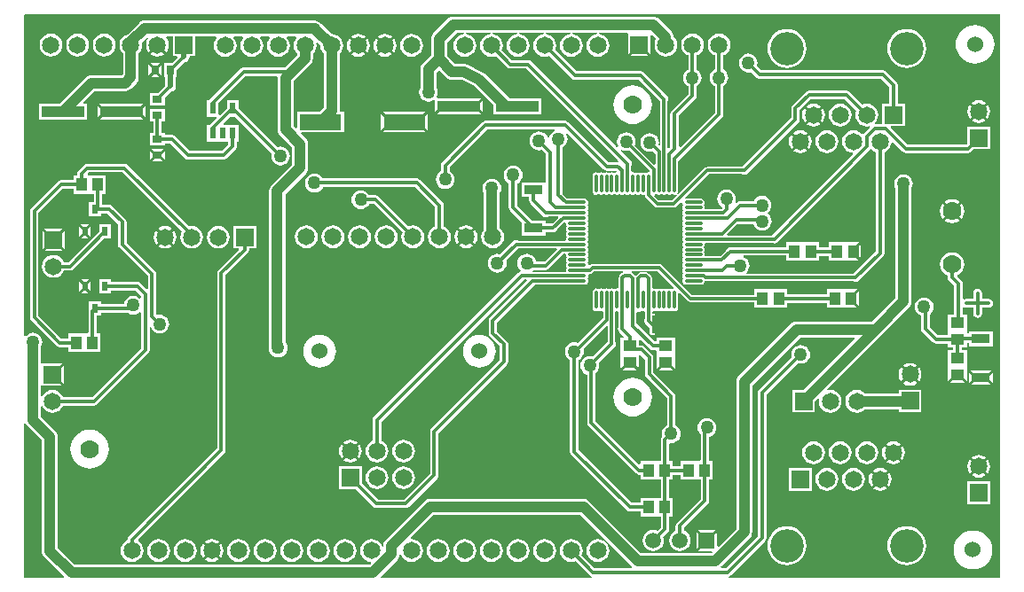
<source format=gtl>
G04 Layer_Physical_Order=1*
G04 Layer_Color=255*
%FSLAX25Y25*%
%MOIN*%
G70*
G01*
G75*
%ADD10O,0.01181X0.07087*%
%ADD11O,0.07087X0.01181*%
%ADD12R,0.15748X0.05906*%
%ADD13R,0.15748X0.05906*%
%ADD14R,0.16000X0.03937*%
%ADD15R,0.03937X0.05118*%
%ADD16R,0.02362X0.03347*%
%ADD17R,0.02756X0.03543*%
%ADD18R,0.03543X0.02756*%
%ADD19R,0.02362X0.04331*%
%ADD20R,0.05118X0.03937*%
%ADD21C,0.01200*%
%ADD22C,0.04000*%
%ADD23C,0.03937*%
%ADD24C,0.01969*%
%ADD25R,0.06800X0.06700*%
%ADD26R,0.12400X0.09500*%
%ADD27R,0.05906X0.05906*%
%ADD28C,0.05906*%
%ADD29C,0.06000*%
%ADD30C,0.07000*%
%ADD31C,0.06500*%
%ADD32R,0.06500X0.06500*%
%ADD33C,0.06000*%
%ADD34R,0.06500X0.06500*%
%ADD35C,0.12600*%
%ADD36C,0.07000*%
%ADD37R,0.07087X0.03543*%
%ADD38C,0.05000*%
G36*
X328260Y108260D02*
X328260Y108260D01*
X328298Y108231D01*
X328129Y107731D01*
X314300D01*
X309322Y112709D01*
X309534Y113221D01*
X309681Y114331D01*
X309534Y115440D01*
X309106Y116474D01*
X308425Y117362D01*
X307537Y118043D01*
X306503Y118471D01*
X305394Y118617D01*
X304284Y118471D01*
X303251Y118043D01*
X302363Y117362D01*
X301681Y116474D01*
X301253Y115440D01*
X301107Y114331D01*
X301253Y113221D01*
X301681Y112188D01*
X302363Y111300D01*
X303251Y110618D01*
X304284Y110190D01*
X305394Y110044D01*
X306503Y110190D01*
X307015Y110402D01*
X312471Y104946D01*
X313000Y104593D01*
X313289Y104535D01*
X313240Y104035D01*
X233941D01*
X233749Y104497D01*
X240040Y110788D01*
X240521Y111415D01*
X240823Y112144D01*
X240904Y112759D01*
X241417Y112826D01*
X241681Y112188D01*
X242363Y111300D01*
X243250Y110618D01*
X244284Y110190D01*
X245394Y110044D01*
X246503Y110190D01*
X247537Y110618D01*
X248425Y111300D01*
X249106Y112188D01*
X249534Y113221D01*
X249680Y114331D01*
X249534Y115440D01*
X249106Y116474D01*
X248425Y117362D01*
X247537Y118043D01*
X246503Y118471D01*
X245394Y118617D01*
X245247Y118598D01*
X245026Y119047D01*
X253653Y127674D01*
X308847D01*
X328260Y108260D01*
D02*
G37*
G36*
X118382Y248441D02*
X124181D01*
X124319Y248441D01*
X124681D01*
X124819Y248441D01*
X126018D01*
Y245406D01*
X124319D01*
Y240059D01*
X128681D01*
Y241101D01*
X131292D01*
X135169Y237224D01*
Y229500D01*
X135293Y228876D01*
X135646Y228346D01*
X146369Y217624D01*
Y212792D01*
X145907Y212600D01*
X143621Y214886D01*
X143092Y215239D01*
X142468Y215364D01*
X132421D01*
Y216406D01*
X128059D01*
Y211059D01*
X132421D01*
Y212101D01*
X141792D01*
X143769Y210124D01*
Y209375D01*
X143269Y209194D01*
X142665Y209657D01*
X141814Y210010D01*
X140900Y210130D01*
X139986Y210010D01*
X139135Y209657D01*
X138404Y209096D01*
X137843Y208365D01*
X137490Y207514D01*
X137409Y206899D01*
X128681D01*
Y207941D01*
X124319D01*
Y205306D01*
X124142Y205042D01*
X124018Y204417D01*
Y196413D01*
X123665Y196059D01*
X122819D01*
X122681Y196059D01*
X122319D01*
X122181Y196059D01*
X116382D01*
Y194131D01*
X113876D01*
X105331Y202676D01*
Y241324D01*
X114376Y250369D01*
X118382D01*
Y248441D01*
D02*
G37*
G36*
X100580Y161887D02*
X101060Y161260D01*
X106484Y155837D01*
Y127080D01*
X106474Y127008D01*
Y114205D01*
X106577Y113422D01*
X106879Y112692D01*
X107360Y112065D01*
X114928Y104497D01*
X114737Y104035D01*
X100000D01*
X100000Y104035D01*
Y161980D01*
X100491Y162101D01*
X100580Y161887D01*
D02*
G37*
G36*
X466437Y316142D02*
X466437Y316142D01*
Y104035D01*
X364585D01*
X364535Y104535D01*
X364824Y104593D01*
X365353Y104946D01*
X378254Y117847D01*
X378607Y118376D01*
X378731Y119000D01*
Y172924D01*
X390553Y184746D01*
X390686Y184690D01*
X391600Y184570D01*
X392514Y184690D01*
X393365Y185043D01*
X394096Y185604D01*
X394657Y186335D01*
X395010Y187186D01*
X395130Y188100D01*
X395010Y189014D01*
X394657Y189865D01*
X394096Y190596D01*
X393365Y191157D01*
X392514Y191510D01*
X391600Y191630D01*
X390686Y191510D01*
X389835Y191157D01*
X389104Y190596D01*
X388543Y189865D01*
X388190Y189014D01*
X388070Y188100D01*
X388190Y187186D01*
X388246Y187053D01*
X375946Y174753D01*
X375593Y174224D01*
X375469Y173600D01*
Y119676D01*
X363524Y107731D01*
X361820D01*
X361651Y108231D01*
X361688Y108260D01*
X372540Y119112D01*
X373021Y119738D01*
X373323Y120468D01*
X373426Y121251D01*
Y176547D01*
X391353Y194474D01*
X411741D01*
X411933Y194012D01*
X392671Y174750D01*
X388450D01*
Y166250D01*
X396950D01*
Y170471D01*
X398050Y171571D01*
X398523Y171337D01*
X398413Y170500D01*
X398559Y169390D01*
X398988Y168357D01*
X399669Y167469D01*
X400557Y166788D01*
X401590Y166359D01*
X402700Y166213D01*
X403809Y166359D01*
X404843Y166788D01*
X405731Y167469D01*
X406412Y168357D01*
X406841Y169390D01*
X406987Y170500D01*
X406841Y171609D01*
X406412Y172643D01*
X405731Y173531D01*
X404843Y174212D01*
X403809Y174641D01*
X402700Y174787D01*
X401863Y174677D01*
X401629Y175150D01*
X421840Y195360D01*
X421840Y195360D01*
X432340Y205860D01*
X432821Y206487D01*
X433123Y207217D01*
X433226Y208000D01*
Y250494D01*
X433257Y250535D01*
X433610Y251386D01*
X433730Y252300D01*
X433610Y253214D01*
X433257Y254065D01*
X432696Y254796D01*
X431965Y255357D01*
X431114Y255710D01*
X430200Y255830D01*
X429286Y255710D01*
X428435Y255357D01*
X427704Y254796D01*
X427143Y254065D01*
X426790Y253214D01*
X426670Y252300D01*
X426790Y251386D01*
X427143Y250535D01*
X427174Y250494D01*
Y209253D01*
X418447Y200526D01*
X390100D01*
X390100Y200526D01*
X389317Y200423D01*
X388587Y200120D01*
X387960Y199640D01*
X368260Y179940D01*
X367779Y179313D01*
X367477Y178583D01*
X367374Y177800D01*
Y122505D01*
X360714Y115845D01*
X360252Y116036D01*
Y121356D01*
X356653Y117757D01*
X353054Y114157D01*
X358130D01*
X358363Y113657D01*
X358181Y113426D01*
X331653D01*
X312240Y132840D01*
X311613Y133320D01*
X310883Y133623D01*
X310100Y133726D01*
X252400D01*
X252400Y133726D01*
X251617Y133623D01*
X250887Y133320D01*
X250260Y132840D01*
X250260Y132840D01*
X235760Y118340D01*
X235279Y117713D01*
X234977Y116983D01*
X234874Y116200D01*
Y115927D01*
X234374Y115827D01*
X234106Y116474D01*
X233425Y117362D01*
X232537Y118043D01*
X231503Y118471D01*
X230394Y118617D01*
X229284Y118471D01*
X228251Y118043D01*
X227363Y117362D01*
X226681Y116474D01*
X226253Y115440D01*
X226107Y114331D01*
X226253Y113221D01*
X226681Y112188D01*
X227363Y111300D01*
X228251Y110618D01*
X229284Y110190D01*
X230073Y110086D01*
X230252Y109558D01*
X229750Y109057D01*
X118928D01*
X112526Y115458D01*
Y126946D01*
X112535Y127018D01*
Y157091D01*
X112432Y157874D01*
X112130Y158604D01*
X111649Y159230D01*
X106226Y164653D01*
Y168494D01*
X106726Y168593D01*
X106819Y168368D01*
X107500Y167481D01*
X108388Y166799D01*
X109422Y166371D01*
X110531Y166225D01*
X111641Y166371D01*
X112675Y166799D01*
X113563Y167481D01*
X114244Y168368D01*
X114456Y168880D01*
X126112D01*
X126736Y169005D01*
X127265Y169358D01*
X146554Y188646D01*
X146907Y189176D01*
X147031Y189800D01*
Y198387D01*
X147531Y198487D01*
X147843Y197735D01*
X148404Y197004D01*
X149135Y196443D01*
X149986Y196090D01*
X150900Y195970D01*
X151814Y196090D01*
X152665Y196443D01*
X153396Y197004D01*
X153957Y197735D01*
X154310Y198586D01*
X154430Y199500D01*
X154310Y200414D01*
X153957Y201265D01*
X153396Y201996D01*
X152665Y202557D01*
X151814Y202910D01*
X150900Y203030D01*
X150067Y202921D01*
X149777Y203132D01*
X149631Y203287D01*
Y218300D01*
X149507Y218924D01*
X149153Y219454D01*
X138431Y230176D01*
Y237900D01*
X138307Y238524D01*
X137953Y239054D01*
X133121Y243886D01*
X132592Y244239D01*
X131968Y244364D01*
X129281D01*
Y248441D01*
X130618D01*
Y255559D01*
X124819D01*
X124681Y255559D01*
X124319D01*
X124181Y255559D01*
X123919D01*
X123728Y256021D01*
X124276Y256569D01*
X136924D01*
X159130Y234363D01*
X159107Y234332D01*
X158678Y233298D01*
X158532Y232189D01*
X158678Y231080D01*
X159107Y230046D01*
X159788Y229158D01*
X160676Y228477D01*
X161709Y228048D01*
X162819Y227902D01*
X163928Y228048D01*
X164962Y228477D01*
X165850Y229158D01*
X166531Y230046D01*
X166960Y231080D01*
X167106Y232189D01*
X166960Y233298D01*
X166531Y234332D01*
X165850Y235220D01*
X164962Y235901D01*
X163928Y236330D01*
X162819Y236476D01*
X161770Y236337D01*
X138753Y259353D01*
X138224Y259707D01*
X137600Y259831D01*
X123600D01*
X122976Y259707D01*
X122447Y259353D01*
X120197Y257104D01*
X119843Y256575D01*
X119719Y255950D01*
Y255559D01*
X118382D01*
Y253631D01*
X113700D01*
X113700Y253631D01*
X113076Y253507D01*
X112547Y253153D01*
X102547Y243154D01*
X102193Y242624D01*
X102069Y242000D01*
Y202000D01*
X102193Y201376D01*
X102547Y200847D01*
X112047Y191347D01*
X112576Y190993D01*
X113200Y190869D01*
X116382D01*
Y188941D01*
X122181D01*
X122319Y188941D01*
X122681D01*
X122819Y188941D01*
X128618D01*
Y196059D01*
X127281D01*
Y202594D01*
X128681D01*
Y203636D01*
X139013D01*
X139135Y203543D01*
X139986Y203190D01*
X140900Y203070D01*
X141814Y203190D01*
X142665Y203543D01*
X143269Y204006D01*
X143769Y203825D01*
Y190476D01*
X125436Y172143D01*
X114456D01*
X114244Y172655D01*
X113563Y173543D01*
X112675Y174224D01*
X111641Y174652D01*
X110531Y174799D01*
X109422Y174652D01*
X108388Y174224D01*
X107500Y173543D01*
X106819Y172655D01*
X106726Y172430D01*
X106226Y172530D01*
Y175785D01*
X106281Y176262D01*
X106726Y176262D01*
X114074D01*
X110178Y180158D01*
X110531Y180512D01*
X110178Y180865D01*
X114074Y184762D01*
X106726D01*
X106281Y184762D01*
X106226Y185239D01*
Y190894D01*
X106257Y190935D01*
X106610Y191786D01*
X106730Y192700D01*
X106610Y193614D01*
X106257Y194465D01*
X105696Y195196D01*
X104965Y195757D01*
X104114Y196110D01*
X103200Y196230D01*
X102286Y196110D01*
X101435Y195757D01*
X100704Y195196D01*
X100500Y194931D01*
X100000Y195100D01*
Y315788D01*
X100354Y316142D01*
X466437Y316142D01*
D02*
G37*
%LPC*%
G36*
X225779Y154363D02*
X223148Y151732D01*
X225779Y149101D01*
X226153Y149589D01*
X226582Y150623D01*
X226728Y151732D01*
X226582Y152842D01*
X226153Y153876D01*
X225779Y154363D01*
D02*
G37*
G36*
X429813Y153773D02*
X427182Y151142D01*
X429813Y148511D01*
X430187Y148998D01*
X430615Y150032D01*
X430761Y151142D01*
X430615Y152251D01*
X430187Y153285D01*
X429813Y153773D01*
D02*
G37*
G36*
X219103Y154363D02*
X218728Y153876D01*
X218300Y152842D01*
X218154Y151732D01*
X218300Y150623D01*
X218728Y149589D01*
X219103Y149101D01*
X221734Y151732D01*
X219103Y154363D01*
D02*
G37*
G36*
X426475Y155429D02*
X425365Y155282D01*
X424332Y154854D01*
X423844Y154480D01*
X426475Y151849D01*
X429106Y154480D01*
X428618Y154854D01*
X427584Y155282D01*
X426475Y155429D01*
D02*
G37*
G36*
X432700Y179893D02*
X430069Y177262D01*
X430557Y176888D01*
X431591Y176459D01*
X432700Y176313D01*
X433809Y176459D01*
X434843Y176888D01*
X435331Y177262D01*
X432700Y179893D01*
D02*
G37*
G36*
X463136Y182172D02*
X455464D01*
X457882Y179753D01*
X457528Y179400D01*
X457882Y179046D01*
X455464Y176628D01*
X463136D01*
X460718Y179046D01*
X461072Y179400D01*
X460718Y179753D01*
X463136Y182172D01*
D02*
G37*
G36*
X222441Y156019D02*
X221331Y155873D01*
X220298Y155445D01*
X219810Y155070D01*
X222441Y152439D01*
X225072Y155070D01*
X224584Y155445D01*
X223550Y155873D01*
X222441Y156019D01*
D02*
G37*
G36*
X436950Y174850D02*
X428450D01*
Y173494D01*
X415760D01*
X415731Y173531D01*
X414843Y174212D01*
X413809Y174641D01*
X412700Y174787D01*
X411590Y174641D01*
X410557Y174212D01*
X409669Y173531D01*
X408988Y172643D01*
X408559Y171609D01*
X408413Y170500D01*
X408559Y169390D01*
X408988Y168357D01*
X409669Y167469D01*
X410557Y166788D01*
X411590Y166359D01*
X412700Y166213D01*
X413809Y166359D01*
X414843Y166788D01*
X415731Y167469D01*
X415760Y167506D01*
X428450D01*
Y166350D01*
X436950D01*
Y174850D01*
D02*
G37*
G36*
X423137Y153773D02*
X422762Y153285D01*
X422334Y152251D01*
X422188Y151142D01*
X422334Y150032D01*
X422762Y148998D01*
X423137Y148511D01*
X425768Y151142D01*
X423137Y153773D01*
D02*
G37*
G36*
X396475Y155429D02*
X395365Y155282D01*
X394332Y154854D01*
X393444Y154173D01*
X392762Y153285D01*
X392334Y152251D01*
X392188Y151142D01*
X392334Y150032D01*
X392762Y148998D01*
X393444Y148111D01*
X394332Y147429D01*
X395365Y147001D01*
X396475Y146855D01*
X397584Y147001D01*
X398618Y147429D01*
X399506Y148111D01*
X400187Y148998D01*
X400615Y150032D01*
X400762Y151142D01*
X400615Y152251D01*
X400187Y153285D01*
X399506Y154173D01*
X398618Y154854D01*
X397584Y155282D01*
X396475Y155429D01*
D02*
G37*
G36*
X406475D02*
X405365Y155282D01*
X404331Y154854D01*
X403444Y154173D01*
X402762Y153285D01*
X402334Y152251D01*
X402188Y151142D01*
X402334Y150032D01*
X402762Y148998D01*
X403444Y148111D01*
X404331Y147429D01*
X405365Y147001D01*
X406475Y146855D01*
X407584Y147001D01*
X408618Y147429D01*
X409506Y148111D01*
X410187Y148998D01*
X410615Y150032D01*
X410761Y151142D01*
X410615Y152251D01*
X410187Y153285D01*
X409506Y154173D01*
X408618Y154854D01*
X407584Y155282D01*
X406475Y155429D01*
D02*
G37*
G36*
X124500Y159785D02*
X123079Y159645D01*
X121712Y159230D01*
X120453Y158557D01*
X119349Y157651D01*
X118443Y156547D01*
X117770Y155288D01*
X117355Y153921D01*
X117215Y152500D01*
X117355Y151079D01*
X117770Y149712D01*
X118443Y148453D01*
X119349Y147349D01*
X120453Y146443D01*
X121712Y145770D01*
X123079Y145355D01*
X124500Y145215D01*
X125921Y145355D01*
X127288Y145770D01*
X128547Y146443D01*
X129651Y147349D01*
X130557Y148453D01*
X131230Y149712D01*
X131645Y151079D01*
X131785Y152500D01*
X131645Y153921D01*
X131230Y155288D01*
X130557Y156547D01*
X129651Y157651D01*
X128547Y158557D01*
X127288Y159230D01*
X125921Y159645D01*
X124500Y159785D01*
D02*
G37*
G36*
X458500Y150287D02*
X457390Y150141D01*
X456357Y149712D01*
X455869Y149338D01*
X458500Y146707D01*
X461131Y149338D01*
X460643Y149712D01*
X459610Y150141D01*
X458500Y150287D01*
D02*
G37*
G36*
X222441Y151025D02*
X219810Y148394D01*
X220298Y148020D01*
X221331Y147592D01*
X222441Y147446D01*
X223550Y147592D01*
X224584Y148020D01*
X225072Y148394D01*
X222441Y151025D01*
D02*
G37*
G36*
X242441Y156019D02*
X241331Y155873D01*
X240298Y155445D01*
X239410Y154763D01*
X238728Y153876D01*
X238300Y152842D01*
X238154Y151732D01*
X238300Y150623D01*
X238728Y149589D01*
X239410Y148701D01*
X240298Y148020D01*
X241331Y147592D01*
X242441Y147446D01*
X243550Y147592D01*
X244584Y148020D01*
X245472Y148701D01*
X246153Y149589D01*
X246582Y150623D01*
X246727Y151732D01*
X246582Y152842D01*
X246153Y153876D01*
X245472Y154763D01*
X244584Y155445D01*
X243550Y155873D01*
X242441Y156019D01*
D02*
G37*
G36*
X416475Y155429D02*
X415365Y155282D01*
X414331Y154854D01*
X413444Y154173D01*
X412762Y153285D01*
X412334Y152251D01*
X412188Y151142D01*
X412334Y150032D01*
X412762Y148998D01*
X413444Y148111D01*
X414331Y147429D01*
X415365Y147001D01*
X416475Y146855D01*
X417584Y147001D01*
X418618Y147429D01*
X419506Y148111D01*
X420187Y148998D01*
X420615Y150032D01*
X420761Y151142D01*
X420615Y152251D01*
X420187Y153285D01*
X419506Y154173D01*
X418618Y154854D01*
X417584Y155282D01*
X416475Y155429D01*
D02*
G37*
G36*
X426475Y150435D02*
X423844Y147804D01*
X424332Y147429D01*
X425365Y147001D01*
X426475Y146855D01*
X427584Y147001D01*
X428618Y147429D01*
X429106Y147804D01*
X426475Y150435D01*
D02*
G37*
G36*
X124941Y215698D02*
X123113Y213871D01*
X122760Y214224D01*
X122406Y213871D01*
X120579Y215698D01*
Y211766D01*
X122406Y213594D01*
X122760Y213240D01*
X123113Y213594D01*
X124941Y211766D01*
Y215698D01*
D02*
G37*
G36*
X124234Y216406D02*
X121286D01*
X122760Y214932D01*
X124234Y216406D01*
D02*
G37*
G36*
X448500Y226539D02*
X447325Y226384D01*
X446231Y225931D01*
X445291Y225209D01*
X444569Y224269D01*
X444116Y223175D01*
X443961Y222000D01*
X444116Y220825D01*
X444569Y219731D01*
X445291Y218791D01*
X446231Y218069D01*
X446869Y217805D01*
Y217037D01*
X446993Y216413D01*
X447346Y215884D01*
X449269Y213962D01*
Y209512D01*
Y203118D01*
X446941D01*
Y197319D01*
X446941Y197181D01*
Y196819D01*
X446941Y196681D01*
Y195482D01*
X443025D01*
X440031Y198476D01*
Y203147D01*
X440496Y203504D01*
X441057Y204235D01*
X441410Y205086D01*
X441530Y206000D01*
X441410Y206914D01*
X441057Y207765D01*
X440496Y208496D01*
X439765Y209057D01*
X438914Y209410D01*
X438000Y209530D01*
X437086Y209410D01*
X436235Y209057D01*
X435504Y208496D01*
X434943Y207765D01*
X434590Y206914D01*
X434470Y206000D01*
X434590Y205086D01*
X434943Y204235D01*
X435504Y203504D01*
X436235Y202943D01*
X436769Y202722D01*
Y197800D01*
X436893Y197176D01*
X437247Y196646D01*
X441196Y192697D01*
X441725Y192343D01*
X442350Y192219D01*
X446941D01*
Y190882D01*
X448869D01*
Y189618D01*
X446941D01*
Y183819D01*
X446941Y183681D01*
Y183319D01*
X446941Y183181D01*
Y178089D01*
X449556Y180704D01*
X450263Y179997D01*
X447648Y177382D01*
X453352D01*
X450737Y179997D01*
X451444Y180704D01*
X454059Y178089D01*
Y183181D01*
X454059Y183319D01*
Y183681D01*
X454059Y183819D01*
Y189618D01*
X452131D01*
Y190882D01*
X454059D01*
Y192269D01*
X454757D01*
Y191128D01*
X463843D01*
Y196672D01*
X454757D01*
Y195894D01*
X454257Y195687D01*
X454059Y195885D01*
Y196681D01*
X454059Y196819D01*
Y197181D01*
X454059Y197319D01*
Y203118D01*
X452531D01*
Y205622D01*
X453031Y205889D01*
X453176Y205793D01*
X453800Y205669D01*
X456469D01*
Y203400D01*
X456593Y202776D01*
X456947Y202246D01*
X457476Y201893D01*
X458100Y201769D01*
X458724Y201893D01*
X459254Y202246D01*
X459607Y202776D01*
X459731Y203400D01*
Y205669D01*
X462300D01*
X462924Y205793D01*
X463453Y206147D01*
X463807Y206676D01*
X463931Y207300D01*
X463807Y207924D01*
X463453Y208453D01*
X462924Y208807D01*
X462300Y208931D01*
X459731D01*
Y211200D01*
X459607Y211824D01*
X459254Y212353D01*
X458724Y212707D01*
X458100Y212831D01*
X457476Y212707D01*
X456947Y212353D01*
X456593Y211824D01*
X456469Y211200D01*
Y208931D01*
X453800D01*
X453176Y208807D01*
X453031Y208711D01*
X452531Y208978D01*
Y214637D01*
X452407Y215262D01*
X452053Y215791D01*
X450449Y217395D01*
X450566Y217985D01*
X450769Y218069D01*
X451709Y218791D01*
X452431Y219731D01*
X452884Y220825D01*
X453039Y222000D01*
X452884Y223175D01*
X452431Y224269D01*
X451709Y225209D01*
X450769Y225931D01*
X449675Y226384D01*
X448500Y226539D01*
D02*
G37*
G36*
X122760Y212533D02*
X121286Y211059D01*
X124234D01*
X122760Y212533D01*
D02*
G37*
G36*
X115175Y234743D02*
X111632Y231201D01*
X115175Y227658D01*
Y234743D01*
D02*
G37*
G36*
X152819Y231482D02*
X150188Y228851D01*
X150676Y228477D01*
X151709Y228048D01*
X152819Y227902D01*
X153928Y228048D01*
X154962Y228477D01*
X155450Y228851D01*
X152819Y231482D01*
D02*
G37*
G36*
X110925Y230493D02*
X107382Y226951D01*
X114468D01*
X110925Y230493D01*
D02*
G37*
G36*
X106675Y234743D02*
Y227658D01*
X110218Y231201D01*
X106675Y234743D01*
D02*
G37*
G36*
X166100Y313762D02*
X145132D01*
X144357Y313661D01*
X143634Y313361D01*
X143014Y312886D01*
X138684Y308555D01*
X137857Y308212D01*
X136969Y307531D01*
X136288Y306643D01*
X135860Y305609D01*
X135713Y304500D01*
X135860Y303390D01*
X136288Y302357D01*
X136969Y301469D01*
X137006Y301440D01*
Y293540D01*
X136660Y293194D01*
X125126D01*
X124351Y293092D01*
X123629Y292793D01*
X123009Y292317D01*
X113160Y282469D01*
X105426D01*
Y276532D01*
X114231D01*
X114426Y276506D01*
X114621Y276532D01*
X123426D01*
Y282469D01*
X122282D01*
X122091Y282930D01*
X126366Y287206D01*
X137900D01*
X138675Y287308D01*
X139397Y287607D01*
X140017Y288083D01*
X142117Y290183D01*
X142593Y290803D01*
X142717Y291102D01*
X142892Y291525D01*
X142994Y292300D01*
Y301440D01*
X143031Y301469D01*
X143712Y302357D01*
X144141Y303390D01*
X144287Y304500D01*
X144148Y305551D01*
X146101Y307504D01*
X146293Y307472D01*
X146508Y306930D01*
X146288Y306643D01*
X145860Y305609D01*
X145713Y304500D01*
X145860Y303390D01*
X146288Y302357D01*
X146662Y301869D01*
X149646Y304853D01*
X150000Y304500D01*
X150354Y304853D01*
X153338Y301869D01*
X153712Y302357D01*
X154141Y303390D01*
X154287Y304500D01*
X154141Y305609D01*
X153712Y306643D01*
X153228Y307274D01*
X153475Y307774D01*
X155750D01*
Y300250D01*
X157242D01*
X157434Y299788D01*
X155417Y297772D01*
X152575D01*
Y292228D01*
X152930D01*
Y289189D01*
X150071Y286331D01*
X147228D01*
Y281575D01*
X152772D01*
Y284417D01*
X155307Y286953D01*
X155727Y287036D01*
X156383Y287475D01*
X156822Y288131D01*
X156976Y288906D01*
Y292228D01*
X157331D01*
Y295071D01*
X160354Y298095D01*
X160774Y298178D01*
X161431Y298617D01*
X161869Y299273D01*
X162023Y300047D01*
Y300250D01*
X164250D01*
Y307774D01*
X165332D01*
X165494Y307707D01*
X166269Y307605D01*
X171919D01*
X172166Y307105D01*
X171681Y306474D01*
X171253Y305440D01*
X171107Y304331D01*
X171253Y303221D01*
X171681Y302187D01*
X172363Y301300D01*
X173250Y300618D01*
X174284Y300190D01*
X175394Y300044D01*
X176503Y300190D01*
X177537Y300618D01*
X178425Y301300D01*
X179106Y302187D01*
X179534Y303221D01*
X179681Y304331D01*
X179534Y305440D01*
X179106Y306474D01*
X178622Y307105D01*
X178868Y307605D01*
X181919D01*
X182166Y307105D01*
X181681Y306474D01*
X181253Y305440D01*
X181107Y304331D01*
X181253Y303221D01*
X181681Y302187D01*
X182363Y301300D01*
X183250Y300618D01*
X184284Y300190D01*
X185394Y300044D01*
X186503Y300190D01*
X187537Y300618D01*
X188425Y301300D01*
X189106Y302187D01*
X189534Y303221D01*
X189681Y304331D01*
X189534Y305440D01*
X189106Y306474D01*
X188622Y307105D01*
X188868Y307605D01*
X191919D01*
X192166Y307105D01*
X191681Y306474D01*
X191253Y305440D01*
X191107Y304331D01*
X191253Y303221D01*
X191681Y302187D01*
X192363Y301300D01*
X193251Y300618D01*
X194284Y300190D01*
X195394Y300044D01*
X196503Y300190D01*
X197537Y300618D01*
X198425Y301300D01*
X199106Y302187D01*
X199534Y303221D01*
X199680Y304331D01*
X199534Y305440D01*
X199106Y306474D01*
X198622Y307105D01*
X198869Y307605D01*
X201919D01*
X202166Y307105D01*
X201681Y306474D01*
X201253Y305440D01*
X201107Y304331D01*
X201253Y303221D01*
X201681Y302187D01*
X202363Y301300D01*
X202368Y301296D01*
Y300647D01*
X197852Y296131D01*
X182500D01*
X181876Y296007D01*
X181346Y295654D01*
X169606Y283914D01*
X169591Y283890D01*
X168579D01*
Y277559D01*
X172115D01*
X172306Y277097D01*
X169650Y274441D01*
X168579D01*
Y268110D01*
X176609D01*
Y267216D01*
X174024Y264631D01*
X162176D01*
X156701Y270106D01*
X156172Y270460D01*
X155547Y270584D01*
X152772D01*
Y271331D01*
X151631D01*
Y275669D01*
X152772D01*
Y280425D01*
X147228D01*
Y275669D01*
X148369D01*
Y271331D01*
X147228D01*
Y266575D01*
X152772D01*
Y267321D01*
X154871D01*
X160346Y261846D01*
X160876Y261493D01*
X161500Y261369D01*
X174700D01*
X175324Y261493D01*
X175854Y261846D01*
X179394Y265387D01*
X179747Y265916D01*
X179872Y266540D01*
Y268110D01*
X180421D01*
Y274441D01*
X174917D01*
X174726Y274903D01*
X177382Y277559D01*
X179098D01*
X192864Y263793D01*
X192790Y263614D01*
X192670Y262700D01*
X192790Y261786D01*
X193143Y260935D01*
X193704Y260204D01*
X194435Y259643D01*
X195286Y259290D01*
X196200Y259170D01*
X197114Y259290D01*
X197965Y259643D01*
X198696Y260204D01*
X199257Y260935D01*
X199610Y261786D01*
X199730Y262700D01*
X199610Y263614D01*
X199257Y264465D01*
X198696Y265196D01*
X197965Y265757D01*
X197114Y266110D01*
X196200Y266230D01*
X195286Y266110D01*
X195198Y266073D01*
X180421Y280851D01*
Y283890D01*
X176059D01*
Y280851D01*
X173403Y278194D01*
X172941Y278386D01*
Y282634D01*
X183176Y292869D01*
X194796D01*
X195126Y292493D01*
X195074Y292100D01*
Y272700D01*
X195177Y271917D01*
X195480Y271187D01*
X195960Y270560D01*
X200574Y265947D01*
Y259553D01*
X192860Y251840D01*
X192379Y251213D01*
X192077Y250483D01*
X191974Y249700D01*
Y191717D01*
X191890Y191514D01*
X191770Y190600D01*
X191890Y189686D01*
X192243Y188835D01*
X192804Y188104D01*
X193535Y187543D01*
X194386Y187190D01*
X195300Y187070D01*
X196214Y187190D01*
X197065Y187543D01*
X197796Y188104D01*
X198357Y188835D01*
X198710Y189686D01*
X198830Y190600D01*
X198710Y191514D01*
X198357Y192365D01*
X198026Y192797D01*
Y248447D01*
X205740Y256160D01*
X205740Y256160D01*
X206221Y256787D01*
X206523Y257517D01*
X206626Y258300D01*
X206626Y258300D01*
Y267200D01*
X206523Y267983D01*
X206221Y268713D01*
X205740Y269340D01*
X205740Y269340D01*
X203944Y271135D01*
X204135Y271597D01*
X220126D01*
Y279503D01*
X218554D01*
X218388Y279692D01*
Y301271D01*
X218425Y301300D01*
X219106Y302187D01*
X219534Y303221D01*
X219681Y304331D01*
X219534Y305440D01*
X219106Y306474D01*
X218425Y307362D01*
X217537Y308043D01*
X216503Y308471D01*
X215394Y308617D01*
X215348Y308611D01*
X211563Y312395D01*
X211317Y312717D01*
X210697Y313192D01*
X209975Y313491D01*
X209200Y313593D01*
X167036D01*
X166874Y313661D01*
X166100Y313762D01*
D02*
G37*
G36*
X463843Y181465D02*
X461779Y179400D01*
X463843Y177335D01*
Y181465D01*
D02*
G37*
G36*
X429362Y183231D02*
X428988Y182743D01*
X428559Y181710D01*
X428413Y180600D01*
X428559Y179490D01*
X428988Y178457D01*
X429362Y177969D01*
X431993Y180600D01*
X429362Y183231D01*
D02*
G37*
G36*
X114781Y184055D02*
X111239Y180512D01*
X114781Y176969D01*
Y184055D01*
D02*
G37*
G36*
X454757Y181465D02*
Y177335D01*
X456821Y179400D01*
X454757Y181465D01*
D02*
G37*
G36*
X210945Y195431D02*
X209746Y195313D01*
X208592Y194963D01*
X207529Y194395D01*
X206598Y193631D01*
X205833Y192699D01*
X205265Y191636D01*
X204915Y190483D01*
X204797Y189284D01*
X204915Y188084D01*
X205265Y186931D01*
X205833Y185868D01*
X206598Y184936D01*
X207529Y184172D01*
X208592Y183604D01*
X209746Y183254D01*
X210945Y183136D01*
X212144Y183254D01*
X213298Y183604D01*
X214360Y184172D01*
X215292Y184936D01*
X216057Y185868D01*
X216625Y186931D01*
X216974Y188084D01*
X217093Y189284D01*
X216974Y190483D01*
X216625Y191636D01*
X216057Y192699D01*
X215292Y193631D01*
X214360Y194395D01*
X213298Y194963D01*
X212144Y195313D01*
X210945Y195431D01*
D02*
G37*
G36*
X270945D02*
X269746Y195313D01*
X268592Y194963D01*
X267530Y194395D01*
X266598Y193631D01*
X265833Y192699D01*
X265265Y191636D01*
X264915Y190483D01*
X264797Y189284D01*
X264915Y188084D01*
X265265Y186931D01*
X265833Y185868D01*
X266598Y184936D01*
X267530Y184172D01*
X268592Y183604D01*
X269746Y183254D01*
X270945Y183136D01*
X272144Y183254D01*
X273298Y183604D01*
X274360Y184172D01*
X275292Y184936D01*
X276057Y185868D01*
X276625Y186931D01*
X276975Y188084D01*
X277093Y189284D01*
X276975Y190483D01*
X276625Y191636D01*
X276057Y192699D01*
X275292Y193631D01*
X274360Y194395D01*
X273298Y194963D01*
X272144Y195313D01*
X270945Y195431D01*
D02*
G37*
G36*
X436038Y183231D02*
X433407Y180600D01*
X436038Y177969D01*
X436412Y178457D01*
X436840Y179490D01*
X436987Y180600D01*
X436840Y181710D01*
X436412Y182743D01*
X436038Y183231D01*
D02*
G37*
G36*
X432700Y184887D02*
X431591Y184741D01*
X430557Y184312D01*
X430069Y183938D01*
X432700Y181307D01*
X435331Y183938D01*
X434843Y184312D01*
X433809Y184741D01*
X432700Y184887D01*
D02*
G37*
G36*
X220394Y118617D02*
X219284Y118471D01*
X218250Y118043D01*
X217363Y117362D01*
X216681Y116474D01*
X216253Y115440D01*
X216107Y114331D01*
X216253Y113221D01*
X216681Y112188D01*
X217363Y111300D01*
X218250Y110618D01*
X219284Y110190D01*
X220394Y110044D01*
X221503Y110190D01*
X222537Y110618D01*
X223425Y111300D01*
X224106Y112188D01*
X224534Y113221D01*
X224680Y114331D01*
X224534Y115440D01*
X224106Y116474D01*
X223425Y117362D01*
X222537Y118043D01*
X221503Y118471D01*
X220394Y118617D01*
D02*
G37*
G36*
X255394D02*
X254284Y118471D01*
X253251Y118043D01*
X252363Y117362D01*
X251681Y116474D01*
X251253Y115440D01*
X251107Y114331D01*
X251253Y113221D01*
X251681Y112188D01*
X252363Y111300D01*
X253251Y110618D01*
X254284Y110190D01*
X255394Y110044D01*
X256503Y110190D01*
X257537Y110618D01*
X258425Y111300D01*
X259106Y112188D01*
X259534Y113221D01*
X259681Y114331D01*
X259534Y115440D01*
X259106Y116474D01*
X258425Y117362D01*
X257537Y118043D01*
X256503Y118471D01*
X255394Y118617D01*
D02*
G37*
G36*
X200394D02*
X199284Y118471D01*
X198250Y118043D01*
X197363Y117362D01*
X196681Y116474D01*
X196253Y115440D01*
X196107Y114331D01*
X196253Y113221D01*
X196681Y112188D01*
X197363Y111300D01*
X198250Y110618D01*
X199284Y110190D01*
X200394Y110044D01*
X201503Y110190D01*
X202537Y110618D01*
X203425Y111300D01*
X204106Y112188D01*
X204534Y113221D01*
X204680Y114331D01*
X204534Y115440D01*
X204106Y116474D01*
X203425Y117362D01*
X202537Y118043D01*
X201503Y118471D01*
X200394Y118617D01*
D02*
G37*
G36*
X210394D02*
X209284Y118471D01*
X208250Y118043D01*
X207363Y117362D01*
X206681Y116474D01*
X206253Y115440D01*
X206107Y114331D01*
X206253Y113221D01*
X206681Y112188D01*
X207363Y111300D01*
X208250Y110618D01*
X209284Y110190D01*
X210394Y110044D01*
X211503Y110190D01*
X212537Y110618D01*
X213425Y111300D01*
X214106Y112188D01*
X214534Y113221D01*
X214681Y114331D01*
X214534Y115440D01*
X214106Y116474D01*
X213425Y117362D01*
X212537Y118043D01*
X211503Y118471D01*
X210394Y118617D01*
D02*
G37*
G36*
X265394D02*
X264284Y118471D01*
X263250Y118043D01*
X262363Y117362D01*
X261681Y116474D01*
X261253Y115440D01*
X261107Y114331D01*
X261253Y113221D01*
X261681Y112188D01*
X262363Y111300D01*
X263250Y110618D01*
X264284Y110190D01*
X265394Y110044D01*
X266503Y110190D01*
X267537Y110618D01*
X268425Y111300D01*
X269106Y112188D01*
X269534Y113221D01*
X269681Y114331D01*
X269534Y115440D01*
X269106Y116474D01*
X268425Y117362D01*
X267537Y118043D01*
X266503Y118471D01*
X265394Y118617D01*
D02*
G37*
G36*
X295394D02*
X294284Y118471D01*
X293250Y118043D01*
X292363Y117362D01*
X291681Y116474D01*
X291253Y115440D01*
X291107Y114331D01*
X291253Y113221D01*
X291681Y112188D01*
X292363Y111300D01*
X293250Y110618D01*
X294284Y110190D01*
X295394Y110044D01*
X296503Y110190D01*
X297537Y110618D01*
X298425Y111300D01*
X299106Y112188D01*
X299534Y113221D01*
X299680Y114331D01*
X299534Y115440D01*
X299106Y116474D01*
X298425Y117362D01*
X297537Y118043D01*
X296503Y118471D01*
X295394Y118617D01*
D02*
G37*
G36*
X315394D02*
X314284Y118471D01*
X313250Y118043D01*
X312363Y117362D01*
X311681Y116474D01*
X311253Y115440D01*
X311107Y114331D01*
X311253Y113221D01*
X311681Y112188D01*
X312363Y111300D01*
X313250Y110618D01*
X314284Y110190D01*
X315394Y110044D01*
X316503Y110190D01*
X317537Y110618D01*
X318425Y111300D01*
X319106Y112188D01*
X319534Y113221D01*
X319681Y114331D01*
X319534Y115440D01*
X319106Y116474D01*
X318425Y117362D01*
X317537Y118043D01*
X316503Y118471D01*
X315394Y118617D01*
D02*
G37*
G36*
X275394D02*
X274284Y118471D01*
X273251Y118043D01*
X272363Y117362D01*
X271681Y116474D01*
X271253Y115440D01*
X271107Y114331D01*
X271253Y113221D01*
X271681Y112188D01*
X272363Y111300D01*
X273251Y110618D01*
X274284Y110190D01*
X275394Y110044D01*
X276503Y110190D01*
X277537Y110618D01*
X278425Y111300D01*
X279106Y112188D01*
X279534Y113221D01*
X279680Y114331D01*
X279534Y115440D01*
X279106Y116474D01*
X278425Y117362D01*
X277537Y118043D01*
X276503Y118471D01*
X275394Y118617D01*
D02*
G37*
G36*
X285394D02*
X284284Y118471D01*
X283250Y118043D01*
X282363Y117362D01*
X281681Y116474D01*
X281253Y115440D01*
X281107Y114331D01*
X281253Y113221D01*
X281681Y112188D01*
X282363Y111300D01*
X283250Y110618D01*
X284284Y110190D01*
X285394Y110044D01*
X286503Y110190D01*
X287537Y110618D01*
X288425Y111300D01*
X289106Y112188D01*
X289534Y113221D01*
X289681Y114331D01*
X289534Y115440D01*
X289106Y116474D01*
X288425Y117362D01*
X287537Y118043D01*
X286503Y118471D01*
X285394Y118617D01*
D02*
G37*
G36*
X431475Y123477D02*
X430044Y123336D01*
X428668Y122919D01*
X427399Y122241D01*
X426288Y121329D01*
X425376Y120217D01*
X424698Y118949D01*
X424280Y117573D01*
X424139Y116142D01*
X424280Y114711D01*
X424698Y113335D01*
X425376Y112066D01*
X426288Y110955D01*
X427399Y110043D01*
X428668Y109365D01*
X430044Y108947D01*
X431475Y108807D01*
X432906Y108947D01*
X434282Y109365D01*
X435550Y110043D01*
X436662Y110955D01*
X437574Y112066D01*
X438252Y113335D01*
X438669Y114711D01*
X438810Y116142D01*
X438669Y117573D01*
X438252Y118949D01*
X437574Y120217D01*
X436662Y121329D01*
X435550Y122241D01*
X434282Y122919D01*
X432906Y123336D01*
X431475Y123477D01*
D02*
G37*
G36*
X187069Y236439D02*
X178569D01*
Y227939D01*
X180379D01*
X180570Y227477D01*
X172846Y219754D01*
X172493Y219224D01*
X172369Y218600D01*
Y152776D01*
X139240Y119647D01*
X138887Y119118D01*
X138762Y118494D01*
Y118255D01*
X138251Y118043D01*
X137363Y117362D01*
X136681Y116474D01*
X136253Y115440D01*
X136107Y114331D01*
X136253Y113221D01*
X136681Y112188D01*
X137363Y111300D01*
X138251Y110618D01*
X139284Y110190D01*
X140394Y110044D01*
X141503Y110190D01*
X142537Y110618D01*
X143425Y111300D01*
X144106Y112188D01*
X144534Y113221D01*
X144681Y114331D01*
X144534Y115440D01*
X144106Y116474D01*
X143425Y117362D01*
X142775Y117861D01*
X142688Y118481D01*
X175154Y150946D01*
X175507Y151476D01*
X175631Y152100D01*
Y217924D01*
X183973Y226265D01*
X184326Y226795D01*
X184450Y227419D01*
Y227939D01*
X187069D01*
Y236439D01*
D02*
G37*
G36*
X456299Y121852D02*
X454878Y121712D01*
X453511Y121298D01*
X452252Y120624D01*
X451148Y119718D01*
X450242Y118614D01*
X449569Y117355D01*
X449154Y115988D01*
X449014Y114567D01*
X449154Y113146D01*
X449569Y111779D01*
X450242Y110520D01*
X451148Y109416D01*
X452252Y108510D01*
X453511Y107836D01*
X454878Y107422D01*
X456299Y107282D01*
X457721Y107422D01*
X459087Y107836D01*
X460347Y108510D01*
X461450Y109416D01*
X462357Y110520D01*
X463030Y111779D01*
X463444Y113146D01*
X463584Y114567D01*
X463444Y115988D01*
X463030Y117355D01*
X462357Y118614D01*
X461450Y119718D01*
X460347Y120624D01*
X459087Y121298D01*
X457721Y121712D01*
X456299Y121852D01*
D02*
G37*
G36*
X386475Y123477D02*
X385044Y123336D01*
X383668Y122919D01*
X382400Y122241D01*
X381288Y121329D01*
X380376Y120217D01*
X379698Y118949D01*
X379280Y117573D01*
X379139Y116142D01*
X379280Y114711D01*
X379698Y113335D01*
X380376Y112066D01*
X381288Y110955D01*
X382400Y110043D01*
X383668Y109365D01*
X385044Y108947D01*
X386475Y108807D01*
X387906Y108947D01*
X389282Y109365D01*
X390550Y110043D01*
X391662Y110955D01*
X392574Y112066D01*
X393252Y113335D01*
X393669Y114711D01*
X393810Y116142D01*
X393669Y117573D01*
X393252Y118949D01*
X392574Y120217D01*
X391662Y121329D01*
X390550Y122241D01*
X389282Y122919D01*
X387906Y123336D01*
X386475Y123477D01*
D02*
G37*
G36*
X150394Y118617D02*
X149284Y118471D01*
X148250Y118043D01*
X147363Y117362D01*
X146681Y116474D01*
X146253Y115440D01*
X146107Y114331D01*
X146253Y113221D01*
X146681Y112188D01*
X147363Y111300D01*
X148250Y110618D01*
X149284Y110190D01*
X150394Y110044D01*
X151503Y110190D01*
X152537Y110618D01*
X153425Y111300D01*
X154106Y112188D01*
X154534Y113221D01*
X154681Y114331D01*
X154534Y115440D01*
X154106Y116474D01*
X153425Y117362D01*
X152537Y118043D01*
X151503Y118471D01*
X150394Y118617D01*
D02*
G37*
G36*
X180394D02*
X179284Y118471D01*
X178251Y118043D01*
X177363Y117362D01*
X176681Y116474D01*
X176253Y115440D01*
X176107Y114331D01*
X176253Y113221D01*
X176681Y112188D01*
X177363Y111300D01*
X178251Y110618D01*
X179284Y110190D01*
X180394Y110044D01*
X181503Y110190D01*
X182537Y110618D01*
X183425Y111300D01*
X184106Y112188D01*
X184534Y113221D01*
X184680Y114331D01*
X184534Y115440D01*
X184106Y116474D01*
X183425Y117362D01*
X182537Y118043D01*
X181503Y118471D01*
X180394Y118617D01*
D02*
G37*
G36*
X190394D02*
X189284Y118471D01*
X188251Y118043D01*
X187363Y117362D01*
X186681Y116474D01*
X186253Y115440D01*
X186107Y114331D01*
X186253Y113221D01*
X186681Y112188D01*
X187363Y111300D01*
X188251Y110618D01*
X189284Y110190D01*
X190394Y110044D01*
X191503Y110190D01*
X192537Y110618D01*
X193425Y111300D01*
X194106Y112188D01*
X194534Y113221D01*
X194681Y114331D01*
X194534Y115440D01*
X194106Y116474D01*
X193425Y117362D01*
X192537Y118043D01*
X191503Y118471D01*
X190394Y118617D01*
D02*
G37*
G36*
X160394D02*
X159284Y118471D01*
X158250Y118043D01*
X157363Y117362D01*
X156681Y116474D01*
X156253Y115440D01*
X156107Y114331D01*
X156253Y113221D01*
X156681Y112188D01*
X157363Y111300D01*
X158250Y110618D01*
X159284Y110190D01*
X160394Y110044D01*
X161503Y110190D01*
X162537Y110618D01*
X163425Y111300D01*
X164106Y112188D01*
X164534Y113221D01*
X164681Y114331D01*
X164534Y115440D01*
X164106Y116474D01*
X163425Y117362D01*
X162537Y118043D01*
X161503Y118471D01*
X160394Y118617D01*
D02*
G37*
G36*
X170394Y113624D02*
X167763Y110993D01*
X168251Y110618D01*
X169284Y110190D01*
X170394Y110044D01*
X171503Y110190D01*
X172537Y110618D01*
X173025Y110993D01*
X170394Y113624D01*
D02*
G37*
G36*
X242441Y146019D02*
X241331Y145873D01*
X240298Y145445D01*
X239410Y144763D01*
X238728Y143876D01*
X238300Y142842D01*
X238154Y141732D01*
X238300Y140623D01*
X238728Y139589D01*
X239410Y138701D01*
X240298Y138020D01*
X241331Y137592D01*
X242441Y137446D01*
X243550Y137592D01*
X244584Y138020D01*
X245472Y138701D01*
X246153Y139589D01*
X246582Y140623D01*
X246727Y141732D01*
X246582Y142842D01*
X246153Y143876D01*
X245472Y144763D01*
X244584Y145445D01*
X243550Y145873D01*
X242441Y146019D01*
D02*
G37*
G36*
X418137Y143773D02*
X417762Y143285D01*
X417334Y142251D01*
X417188Y141142D01*
X417334Y140032D01*
X417762Y138998D01*
X418137Y138511D01*
X420768Y141142D01*
X418137Y143773D01*
D02*
G37*
G36*
X395725Y145392D02*
X387225D01*
Y136892D01*
X395725D01*
Y145392D01*
D02*
G37*
G36*
X232441Y146019D02*
X231331Y145873D01*
X230297Y145445D01*
X229410Y144763D01*
X228729Y143876D01*
X228300Y142842D01*
X228154Y141732D01*
X228300Y140623D01*
X228729Y139589D01*
X229410Y138701D01*
X230297Y138020D01*
X231331Y137592D01*
X232441Y137446D01*
X233550Y137592D01*
X234584Y138020D01*
X235472Y138701D01*
X236153Y139589D01*
X236581Y140623D01*
X236727Y141732D01*
X236581Y142842D01*
X236153Y143876D01*
X235472Y144763D01*
X234584Y145445D01*
X233550Y145873D01*
X232441Y146019D01*
D02*
G37*
G36*
X424813Y143773D02*
X422182Y141142D01*
X424813Y138511D01*
X425187Y138998D01*
X425615Y140032D01*
X425762Y141142D01*
X425615Y142251D01*
X425187Y143285D01*
X424813Y143773D01*
D02*
G37*
G36*
X455162Y148631D02*
X454788Y148143D01*
X454359Y147109D01*
X454213Y146000D01*
X454359Y144891D01*
X454788Y143857D01*
X455162Y143369D01*
X457793Y146000D01*
X455162Y148631D01*
D02*
G37*
G36*
X461838D02*
X459207Y146000D01*
X461838Y143369D01*
X462212Y143857D01*
X462641Y144891D01*
X462787Y146000D01*
X462641Y147109D01*
X462212Y148143D01*
X461838Y148631D01*
D02*
G37*
G36*
X458500Y145293D02*
X455869Y142662D01*
X456357Y142288D01*
X457390Y141859D01*
X458500Y141713D01*
X459610Y141859D01*
X460643Y142288D01*
X461131Y142662D01*
X458500Y145293D01*
D02*
G37*
G36*
X421475Y145429D02*
X420365Y145282D01*
X419332Y144854D01*
X418844Y144480D01*
X421475Y141849D01*
X424106Y144480D01*
X423618Y144854D01*
X422584Y145282D01*
X421475Y145429D01*
D02*
G37*
G36*
X352346Y121356D02*
Y114865D01*
X355592Y118110D01*
X352346Y121356D01*
D02*
G37*
G36*
X170394Y118617D02*
X169284Y118471D01*
X168251Y118043D01*
X167763Y117669D01*
X170394Y115038D01*
X173025Y117669D01*
X172537Y118043D01*
X171503Y118471D01*
X170394Y118617D01*
D02*
G37*
G36*
X167056Y116962D02*
X166681Y116474D01*
X166253Y115440D01*
X166107Y114331D01*
X166253Y113221D01*
X166681Y112188D01*
X167056Y111700D01*
X169687Y114331D01*
X167056Y116962D01*
D02*
G37*
G36*
X173732D02*
X171101Y114331D01*
X173732Y111700D01*
X174106Y112188D01*
X174534Y113221D01*
X174680Y114331D01*
X174534Y115440D01*
X174106Y116474D01*
X173732Y116962D01*
D02*
G37*
G36*
X359545Y122063D02*
X353054D01*
X356299Y118817D01*
X359545Y122063D01*
D02*
G37*
G36*
X411475Y145429D02*
X410365Y145282D01*
X409332Y144854D01*
X408444Y144173D01*
X407762Y143285D01*
X407334Y142251D01*
X407188Y141142D01*
X407334Y140032D01*
X407762Y138998D01*
X408444Y138111D01*
X409332Y137429D01*
X410365Y137001D01*
X411475Y136855D01*
X412584Y137001D01*
X413618Y137429D01*
X414506Y138111D01*
X415187Y138998D01*
X415615Y140032D01*
X415762Y141142D01*
X415615Y142251D01*
X415187Y143285D01*
X414506Y144173D01*
X413618Y144854D01*
X412584Y145282D01*
X411475Y145429D01*
D02*
G37*
G36*
X421475Y140435D02*
X418844Y137804D01*
X419332Y137429D01*
X420365Y137001D01*
X421475Y136855D01*
X422584Y137001D01*
X423618Y137429D01*
X424106Y137804D01*
X421475Y140435D01*
D02*
G37*
G36*
X462750Y140250D02*
X454250D01*
Y131750D01*
X462750D01*
Y140250D01*
D02*
G37*
G36*
X401475Y145429D02*
X400365Y145282D01*
X399331Y144854D01*
X398444Y144173D01*
X397762Y143285D01*
X397334Y142251D01*
X397188Y141142D01*
X397334Y140032D01*
X397762Y138998D01*
X398444Y138111D01*
X399331Y137429D01*
X400365Y137001D01*
X401475Y136855D01*
X402584Y137001D01*
X403618Y137429D01*
X404506Y138111D01*
X405187Y138998D01*
X405615Y140032D01*
X405761Y141142D01*
X405615Y142251D01*
X405187Y143285D01*
X404506Y144173D01*
X403618Y144854D01*
X402584Y145282D01*
X401475Y145429D01*
D02*
G37*
G36*
X250915Y279503D02*
X234581D01*
X238180Y275904D01*
X237827Y275550D01*
X238180Y275196D01*
X234581Y271597D01*
X250915D01*
X247316Y275196D01*
X247669Y275550D01*
X247316Y275904D01*
X250915Y279503D01*
D02*
G37*
G36*
X110000Y308787D02*
X108891Y308641D01*
X107857Y308212D01*
X106969Y307531D01*
X106288Y306643D01*
X105859Y305609D01*
X105713Y304500D01*
X105859Y303390D01*
X106288Y302357D01*
X106969Y301469D01*
X107857Y300787D01*
X108891Y300359D01*
X110000Y300213D01*
X111109Y300359D01*
X112143Y300787D01*
X113031Y301469D01*
X113712Y302357D01*
X114141Y303390D01*
X114287Y304500D01*
X114141Y305609D01*
X113712Y306643D01*
X113031Y307531D01*
X112143Y308212D01*
X111109Y308641D01*
X110000Y308787D01*
D02*
G37*
G36*
X120000D02*
X118891Y308641D01*
X117857Y308212D01*
X116969Y307531D01*
X116288Y306643D01*
X115859Y305609D01*
X115713Y304500D01*
X115859Y303390D01*
X116288Y302357D01*
X116969Y301469D01*
X117857Y300787D01*
X118891Y300359D01*
X120000Y300213D01*
X121109Y300359D01*
X122143Y300787D01*
X123031Y301469D01*
X123712Y302357D01*
X124141Y303390D01*
X124287Y304500D01*
X124141Y305609D01*
X123712Y306643D01*
X123031Y307531D01*
X122143Y308212D01*
X121109Y308641D01*
X120000Y308787D01*
D02*
G37*
G36*
X233874Y278796D02*
Y272304D01*
X237120Y275550D01*
X233874Y278796D01*
D02*
G37*
G36*
X235394Y303624D02*
X232763Y300993D01*
X233250Y300618D01*
X234284Y300190D01*
X235394Y300044D01*
X236503Y300190D01*
X237537Y300618D01*
X238025Y300993D01*
X235394Y303624D01*
D02*
G37*
G36*
X245394Y308617D02*
X244284Y308471D01*
X243250Y308043D01*
X242363Y307362D01*
X241681Y306474D01*
X241253Y305440D01*
X241107Y304331D01*
X241253Y303221D01*
X241681Y302187D01*
X242363Y301300D01*
X243250Y300618D01*
X244284Y300190D01*
X245394Y300044D01*
X246503Y300190D01*
X247537Y300618D01*
X248425Y301300D01*
X249106Y302187D01*
X249534Y303221D01*
X249680Y304331D01*
X249534Y305440D01*
X249106Y306474D01*
X248425Y307362D01*
X247537Y308043D01*
X246503Y308471D01*
X245394Y308617D01*
D02*
G37*
G36*
X251622Y278796D02*
X248376Y275550D01*
X251622Y272304D01*
Y278796D01*
D02*
G37*
G36*
X152772Y264718D02*
X151101Y263047D01*
X152772Y261376D01*
Y264718D01*
D02*
G37*
G36*
X147228D02*
Y261376D01*
X148899Y263047D01*
X147228Y264718D01*
D02*
G37*
G36*
X152065Y265425D02*
X147935D01*
X149960Y263401D01*
X149606Y263047D01*
X149960Y262694D01*
X147935Y260669D01*
X152065D01*
X150040Y262694D01*
X150394Y263047D01*
X150040Y263401D01*
X152065Y265425D01*
D02*
G37*
G36*
X331000Y303793D02*
X327457Y300250D01*
X334543D01*
X331000Y303793D01*
D02*
G37*
G36*
X130000Y308787D02*
X128891Y308641D01*
X127857Y308212D01*
X126969Y307531D01*
X126288Y306643D01*
X125859Y305609D01*
X125713Y304500D01*
X125859Y303390D01*
X126288Y302357D01*
X126969Y301469D01*
X127857Y300787D01*
X128891Y300359D01*
X130000Y300213D01*
X131109Y300359D01*
X132143Y300787D01*
X133031Y301469D01*
X133712Y302357D01*
X134141Y303390D01*
X134287Y304500D01*
X134141Y305609D01*
X133712Y306643D01*
X133031Y307531D01*
X132143Y308212D01*
X131109Y308641D01*
X130000Y308787D01*
D02*
G37*
G36*
X150000Y303793D02*
X147369Y301162D01*
X147857Y300787D01*
X148891Y300359D01*
X150000Y300213D01*
X151110Y300359D01*
X152143Y300787D01*
X152631Y301162D01*
X150000Y303793D01*
D02*
G37*
G36*
X336200Y315126D02*
X261100D01*
X260317Y315023D01*
X259587Y314721D01*
X258960Y314240D01*
X253560Y308840D01*
X253080Y308213D01*
X252777Y307483D01*
X252674Y306700D01*
Y300553D01*
X249660Y297540D01*
X249180Y296913D01*
X248877Y296183D01*
X248774Y295400D01*
Y288506D01*
X248743Y288465D01*
X248390Y287614D01*
X248270Y286700D01*
X248390Y285786D01*
X248743Y284935D01*
X249304Y284204D01*
X250035Y283643D01*
X250886Y283290D01*
X251800Y283170D01*
X252714Y283290D01*
X253565Y283643D01*
X253826Y283843D01*
X254326Y283596D01*
Y279239D01*
X256941Y281854D01*
X257648Y281147D01*
X255033Y278532D01*
X271619D01*
X269004Y281147D01*
X269357Y281500D01*
X269004Y281854D01*
X271619Y284469D01*
X255065D01*
X254843Y284917D01*
X254857Y284935D01*
X255210Y285786D01*
X255330Y286700D01*
X255210Y287614D01*
X254857Y288465D01*
X254826Y288506D01*
Y294147D01*
X255700Y295021D01*
X258460Y292260D01*
X258460Y292260D01*
X259087Y291779D01*
X259817Y291477D01*
X260600Y291374D01*
X260600Y291374D01*
X264448D01*
X269074Y289021D01*
X276274Y281821D01*
Y278532D01*
X280438D01*
X280874Y278474D01*
X280874Y278474D01*
X285900D01*
X286336Y278532D01*
X294274D01*
Y284469D01*
X286336D01*
X285900Y284526D01*
X282127D01*
X273014Y293640D01*
X272950Y293689D01*
X272897Y293750D01*
X272637Y293928D01*
X272387Y294121D01*
X272312Y294151D01*
X272246Y294197D01*
X266546Y297097D01*
X266249Y297202D01*
X265957Y297323D01*
X265877Y297333D01*
X265801Y297360D01*
X265487Y297385D01*
X265174Y297426D01*
X261853D01*
X258726Y300553D01*
Y305447D01*
X262353Y309074D01*
X265032D01*
X265064Y308574D01*
X264284Y308471D01*
X263250Y308043D01*
X262363Y307362D01*
X261681Y306474D01*
X261253Y305440D01*
X261107Y304331D01*
X261253Y303221D01*
X261681Y302187D01*
X262363Y301300D01*
X263250Y300618D01*
X264284Y300190D01*
X265394Y300044D01*
X266503Y300190D01*
X267537Y300618D01*
X268425Y301300D01*
X269106Y302187D01*
X269534Y303221D01*
X269681Y304331D01*
X269534Y305440D01*
X269106Y306474D01*
X268425Y307362D01*
X267537Y308043D01*
X266503Y308471D01*
X265723Y308574D01*
X265756Y309074D01*
X275032D01*
X275064Y308574D01*
X274284Y308471D01*
X273251Y308043D01*
X272363Y307362D01*
X271681Y306474D01*
X271253Y305440D01*
X271107Y304331D01*
X271253Y303221D01*
X271681Y302187D01*
X272363Y301300D01*
X273251Y300618D01*
X274284Y300190D01*
X275394Y300044D01*
X276503Y300190D01*
X277015Y300402D01*
X281371Y296046D01*
X281900Y295693D01*
X282525Y295569D01*
X288524D01*
X323214Y260879D01*
X322968Y260418D01*
X322900Y260431D01*
X319376D01*
X304304Y275503D01*
X303774Y275857D01*
X303150Y275981D01*
X273250D01*
X273250Y275981D01*
X272626Y275857D01*
X272096Y275503D01*
X256946Y260353D01*
X256593Y259824D01*
X256469Y259200D01*
Y257013D01*
X256335Y256957D01*
X255604Y256396D01*
X255043Y255665D01*
X254690Y254814D01*
X254570Y253900D01*
X254690Y252986D01*
X255043Y252135D01*
X255604Y251404D01*
X256335Y250843D01*
X257186Y250490D01*
X258100Y250370D01*
X259014Y250490D01*
X259865Y250843D01*
X260596Y251404D01*
X261157Y252135D01*
X261510Y252986D01*
X261630Y253900D01*
X261510Y254814D01*
X261157Y255665D01*
X260596Y256396D01*
X259865Y256957D01*
X259731Y257013D01*
Y258524D01*
X273926Y272719D01*
X299025D01*
X299125Y272219D01*
X298735Y272057D01*
X298004Y271496D01*
X297443Y270765D01*
X297090Y269914D01*
X297069Y269753D01*
X296556Y269686D01*
X296357Y270165D01*
X295796Y270896D01*
X295065Y271457D01*
X294214Y271810D01*
X293300Y271930D01*
X292386Y271810D01*
X291535Y271457D01*
X290804Y270896D01*
X290243Y270165D01*
X289890Y269314D01*
X289770Y268400D01*
X289890Y267486D01*
X290243Y266635D01*
X290804Y265904D01*
X291535Y265343D01*
X292386Y264990D01*
X293300Y264870D01*
X294214Y264990D01*
X294347Y265045D01*
X295869Y263524D01*
Y253361D01*
X295843Y252872D01*
X286757D01*
Y247328D01*
X289669D01*
Y245900D01*
X289793Y245276D01*
X290146Y244746D01*
X294720Y240173D01*
X295249Y239820D01*
X295873Y239695D01*
X296498Y239820D01*
X296770Y240001D01*
X300473D01*
X300665Y239539D01*
X298357Y237231D01*
X295843D01*
Y238372D01*
X290835D01*
X285231Y243976D01*
Y252487D01*
X285365Y252543D01*
X286096Y253104D01*
X286657Y253835D01*
X287010Y254686D01*
X287130Y255600D01*
X287010Y256514D01*
X286657Y257365D01*
X286096Y258096D01*
X285365Y258657D01*
X284514Y259010D01*
X283600Y259130D01*
X282686Y259010D01*
X281835Y258657D01*
X281104Y258096D01*
X280543Y257365D01*
X280190Y256514D01*
X280070Y255600D01*
X280190Y254686D01*
X280543Y253835D01*
X281104Y253104D01*
X281835Y252543D01*
X281969Y252487D01*
Y243300D01*
X282093Y242676D01*
X282447Y242146D01*
X286757Y237836D01*
Y232828D01*
X295843D01*
Y233969D01*
X298600D01*
X299224Y234093D01*
X299753Y234447D01*
X300107Y234976D01*
X300171Y235297D01*
X302619Y237745D01*
X302982Y237724D01*
X303381Y237390D01*
X303481Y236886D01*
X303538Y236801D01*
X303739Y236405D01*
X303538Y236010D01*
X303481Y235925D01*
X303381Y235421D01*
X303481Y234917D01*
X303538Y234832D01*
X303739Y234437D01*
X303538Y234042D01*
X303481Y233956D01*
X303381Y233453D01*
X303481Y232949D01*
X303538Y232863D01*
X303739Y232468D01*
X303538Y232073D01*
X303481Y231988D01*
X303381Y231484D01*
X303409Y231341D01*
X303019Y230841D01*
X285612D01*
X285340Y231023D01*
X284716Y231147D01*
X284091Y231023D01*
X283562Y230669D01*
X278647Y225754D01*
X278514Y225810D01*
X277600Y225930D01*
X276686Y225810D01*
X275835Y225457D01*
X275104Y224896D01*
X274543Y224165D01*
X274190Y223314D01*
X274070Y222400D01*
X274190Y221486D01*
X274543Y220635D01*
X275104Y219904D01*
X275835Y219343D01*
X276686Y218990D01*
X277600Y218870D01*
X278514Y218990D01*
X279365Y219343D01*
X280096Y219904D01*
X280657Y220635D01*
X281010Y221486D01*
X281130Y222400D01*
X281010Y223314D01*
X280955Y223447D01*
X285697Y228190D01*
X299962D01*
X300154Y227728D01*
X295557Y223131D01*
X292134D01*
X292110Y223314D01*
X291757Y224165D01*
X291196Y224896D01*
X290465Y225457D01*
X289614Y225810D01*
X288700Y225930D01*
X287786Y225810D01*
X286935Y225457D01*
X286204Y224896D01*
X285643Y224165D01*
X285290Y223314D01*
X285170Y222400D01*
X285290Y221486D01*
X285643Y220635D01*
X286204Y219904D01*
X286368Y219778D01*
X286243Y219243D01*
X286084Y219212D01*
X285555Y218858D01*
X231287Y164591D01*
X230934Y164061D01*
X230809Y163437D01*
Y155657D01*
X230297Y155445D01*
X229410Y154763D01*
X228729Y153876D01*
X228300Y152842D01*
X228154Y151732D01*
X228300Y150623D01*
X228729Y149589D01*
X229410Y148701D01*
X230297Y148020D01*
X231331Y147592D01*
X232441Y147446D01*
X233550Y147592D01*
X234584Y148020D01*
X235472Y148701D01*
X236153Y149589D01*
X236581Y150623D01*
X236727Y151732D01*
X236581Y152842D01*
X236153Y153876D01*
X235472Y154763D01*
X234584Y155445D01*
X234072Y155657D01*
Y162761D01*
X287690Y216379D01*
X288583D01*
X288774Y215917D01*
X274847Y201990D01*
X274493Y201460D01*
X274369Y200836D01*
Y196100D01*
X274493Y195476D01*
X274847Y194947D01*
X278469Y191324D01*
Y185976D01*
X252847Y160354D01*
X252493Y159824D01*
X252369Y159200D01*
Y143276D01*
X242624Y133531D01*
X232949D01*
X226691Y139789D01*
Y145982D01*
X218191D01*
Y137482D01*
X224384D01*
X231119Y130746D01*
X231649Y130393D01*
X232273Y130269D01*
X243300D01*
X243924Y130393D01*
X244454Y130746D01*
X255153Y141446D01*
X255507Y141976D01*
X255631Y142600D01*
X255631Y142600D01*
Y158524D01*
X281254Y184146D01*
X281607Y184676D01*
X281731Y185300D01*
Y192000D01*
X281731Y192000D01*
X281607Y192624D01*
X281254Y193154D01*
X277631Y196776D01*
Y200160D01*
X291882Y214411D01*
X307649D01*
X307698Y214420D01*
X310602D01*
X311106Y214520D01*
X311533Y214806D01*
X311818Y215232D01*
X311918Y215736D01*
X311818Y216240D01*
X311761Y216325D01*
X311560Y216720D01*
X311761Y217115D01*
X311818Y217201D01*
X311918Y217705D01*
X311874Y217927D01*
X312224Y218433D01*
X312382Y218435D01*
X312624Y218488D01*
X312867Y218536D01*
X312877Y218542D01*
X312888Y218545D01*
X313091Y218686D01*
X313297Y218823D01*
X313949Y219475D01*
X324735D01*
X324798Y219294D01*
X324818Y218974D01*
X324463Y218737D01*
X323663Y217937D01*
X323375Y217507D01*
X323274Y217000D01*
Y213266D01*
X322775Y212885D01*
X322610Y212918D01*
X322107Y212818D01*
X322021Y212761D01*
X321626Y212560D01*
X321231Y212761D01*
X321145Y212818D01*
X320642Y212918D01*
X320138Y212818D01*
X320053Y212761D01*
X319657Y212560D01*
X319262Y212761D01*
X319177Y212818D01*
X318673Y212918D01*
X318170Y212818D01*
X318084Y212761D01*
X317689Y212560D01*
X317294Y212761D01*
X317208Y212818D01*
X316705Y212918D01*
X316201Y212818D01*
X316115Y212761D01*
X315720Y212560D01*
X315325Y212761D01*
X315240Y212818D01*
X314736Y212918D01*
X314233Y212818D01*
X313806Y212533D01*
X313521Y212106D01*
X313420Y211602D01*
Y205697D01*
X313521Y205193D01*
X313806Y204766D01*
X314233Y204481D01*
X314736Y204381D01*
X315240Y204481D01*
X315325Y204538D01*
X315720Y204739D01*
X316115Y204538D01*
X316201Y204481D01*
X316705Y204381D01*
X316848Y204409D01*
X317348Y204019D01*
Y202155D01*
X307718Y192525D01*
X307514Y192610D01*
X306600Y192730D01*
X305686Y192610D01*
X304835Y192257D01*
X304104Y191696D01*
X303543Y190965D01*
X303190Y190114D01*
X303070Y189200D01*
X303190Y188286D01*
X303543Y187435D01*
X304104Y186704D01*
X304835Y186143D01*
X304969Y186087D01*
Y151400D01*
X305093Y150776D01*
X305447Y150247D01*
X326247Y129446D01*
X326776Y129093D01*
X327400Y128969D01*
X331382D01*
Y127041D01*
X337319D01*
Y127041D01*
X337681D01*
Y127041D01*
X339018D01*
Y123136D01*
X337693Y121811D01*
X337331Y121961D01*
X336299Y122097D01*
X335267Y121961D01*
X334306Y121563D01*
X333480Y120929D01*
X332847Y120104D01*
X332448Y119142D01*
X332312Y118110D01*
X332448Y117078D01*
X332847Y116117D01*
X333480Y115291D01*
X334306Y114657D01*
X335267Y114259D01*
X336299Y114123D01*
X337331Y114259D01*
X338293Y114657D01*
X339118Y115291D01*
X339752Y116117D01*
X340150Y117078D01*
X340286Y118110D01*
X340150Y119142D01*
X340000Y119504D01*
X341803Y121307D01*
X342157Y121836D01*
X342281Y122461D01*
Y127041D01*
X343618D01*
Y134159D01*
X342281D01*
Y140941D01*
X343618D01*
Y142869D01*
X346382D01*
Y140941D01*
X352181D01*
X352319Y140941D01*
X352681D01*
X352819Y140941D01*
X354018D01*
Y133625D01*
X345146Y124753D01*
X344792Y124223D01*
X344668Y123599D01*
Y121713D01*
X344306Y121563D01*
X343480Y120929D01*
X342847Y120104D01*
X342448Y119142D01*
X342312Y118110D01*
X342448Y117078D01*
X342847Y116117D01*
X343480Y115291D01*
X344306Y114657D01*
X345267Y114259D01*
X346299Y114123D01*
X347331Y114259D01*
X348293Y114657D01*
X349118Y115291D01*
X349752Y116117D01*
X350150Y117078D01*
X350286Y118110D01*
X350150Y119142D01*
X349752Y120104D01*
X349118Y120929D01*
X348293Y121563D01*
X347931Y121713D01*
Y122924D01*
X356803Y131796D01*
X357157Y132325D01*
X357281Y132950D01*
Y140941D01*
X358618D01*
Y148059D01*
X357281D01*
Y157186D01*
X357314Y157190D01*
X358165Y157543D01*
X358896Y158104D01*
X359457Y158835D01*
X359810Y159686D01*
X359930Y160600D01*
X359810Y161514D01*
X359457Y162365D01*
X358896Y163096D01*
X358165Y163657D01*
X357314Y164010D01*
X356400Y164130D01*
X355486Y164010D01*
X354635Y163657D01*
X353904Y163096D01*
X353343Y162365D01*
X352990Y161514D01*
X352870Y160600D01*
X352990Y159686D01*
X353343Y158835D01*
X353904Y158104D01*
X354018Y158016D01*
Y148413D01*
X353665Y148059D01*
X352819D01*
X352681Y148059D01*
X352319D01*
X352181Y148059D01*
X346382D01*
Y146131D01*
X343618D01*
Y148059D01*
X342281D01*
Y154485D01*
X342657Y154815D01*
X343000Y154770D01*
X343914Y154890D01*
X344765Y155243D01*
X345496Y155804D01*
X346057Y156535D01*
X346410Y157386D01*
X346530Y158300D01*
X346410Y159214D01*
X346057Y160065D01*
X345496Y160796D01*
X344765Y161357D01*
X344631Y161413D01*
Y172400D01*
X344507Y173024D01*
X344153Y173554D01*
X336331Y181376D01*
Y186900D01*
X336207Y187524D01*
X335854Y188054D01*
X332854Y191053D01*
X332324Y191407D01*
X331700Y191531D01*
X330959D01*
Y193481D01*
X331421Y193672D01*
X334897Y190196D01*
X335426Y189842D01*
X336050Y189718D01*
X337087D01*
X337441Y189365D01*
Y188519D01*
X337441Y188381D01*
Y188019D01*
X337441Y187881D01*
Y182789D01*
X340056Y185404D01*
X340763Y184697D01*
X338148Y182082D01*
X343852D01*
X341237Y184697D01*
X341944Y185404D01*
X344559Y182789D01*
Y187881D01*
X344559Y188019D01*
Y188381D01*
X344559Y188519D01*
Y194318D01*
X337441D01*
Y192981D01*
X336726D01*
X329841Y199866D01*
Y203693D01*
X330341Y204103D01*
X330484Y204075D01*
X331105Y204198D01*
X331631Y204550D01*
X331797Y204583D01*
X331949Y204481D01*
X332453Y204381D01*
X332596Y204409D01*
X333096Y204019D01*
Y201775D01*
X332914Y201503D01*
X332790Y200879D01*
X332914Y200254D01*
X333268Y199725D01*
X334986Y198007D01*
Y196000D01*
X335041Y195727D01*
X335195Y195495D01*
X335427Y195341D01*
X335700Y195286D01*
X342500D01*
X342773Y195341D01*
X343005Y195495D01*
X343159Y195727D01*
X343214Y196000D01*
Y197869D01*
X347300D01*
X347924Y197993D01*
X348453Y198346D01*
X348807Y198876D01*
X348931Y199500D01*
X348807Y200124D01*
X348453Y200654D01*
X347553Y201554D01*
X347024Y201907D01*
X346400Y202031D01*
X343214D01*
Y202700D01*
X343159Y202973D01*
X343005Y203205D01*
X342773Y203359D01*
X342500Y203414D01*
X335747D01*
Y204019D01*
X336247Y204409D01*
X336390Y204381D01*
X336893Y204481D01*
X336979Y204538D01*
X337374Y204739D01*
X337769Y204538D01*
X337855Y204481D01*
X338358Y204381D01*
X338862Y204481D01*
X338947Y204538D01*
X339342Y204739D01*
X339738Y204538D01*
X339823Y204481D01*
X340327Y204381D01*
X340830Y204481D01*
X340916Y204538D01*
X341311Y204739D01*
X341706Y204538D01*
X341792Y204481D01*
X342295Y204381D01*
X342799Y204481D01*
X342884Y204538D01*
X343280Y204739D01*
X343675Y204538D01*
X343760Y204481D01*
X344264Y204381D01*
X344767Y204481D01*
X345194Y204766D01*
X345479Y205193D01*
X345580Y205697D01*
Y211039D01*
X346080Y211246D01*
X349116Y208209D01*
X349546Y207922D01*
X350054Y207821D01*
X374146D01*
Y205587D01*
X379945D01*
X380083Y205587D01*
X380445D01*
X380583Y205587D01*
X386382D01*
Y207515D01*
X401382D01*
Y205641D01*
X407181D01*
X407319Y205641D01*
X407681D01*
X407819Y205641D01*
X412911D01*
X410296Y208256D01*
X411003Y208963D01*
X413618Y206348D01*
Y212052D01*
X411003Y209437D01*
X410296Y210144D01*
X412911Y212759D01*
X407819D01*
X407681Y212759D01*
X407319D01*
X407181Y212759D01*
X401382D01*
Y210778D01*
X386382D01*
Y212705D01*
X380583D01*
X380445Y212705D01*
X380083D01*
X379945Y212705D01*
X374146D01*
Y210472D01*
X350603D01*
X339337Y221737D01*
X338907Y222025D01*
X338400Y222126D01*
X313400D01*
X312892Y222025D01*
X312462Y221737D01*
X312395Y221670D01*
X311875Y221857D01*
X311818Y222145D01*
X311761Y222231D01*
X311560Y222626D01*
X311761Y223021D01*
X311818Y223107D01*
X311918Y223610D01*
X311818Y224114D01*
X311761Y224199D01*
X311560Y224594D01*
X311761Y224989D01*
X311818Y225075D01*
X311918Y225579D01*
X311818Y226082D01*
X311761Y226168D01*
X311560Y226563D01*
X311761Y226958D01*
X311818Y227044D01*
X311918Y227547D01*
X311818Y228051D01*
X311761Y228136D01*
X311560Y228531D01*
X311761Y228926D01*
X311818Y229012D01*
X311918Y229516D01*
X311818Y230019D01*
X311761Y230105D01*
X311560Y230500D01*
X311761Y230895D01*
X311818Y230980D01*
X311918Y231484D01*
X311818Y231988D01*
X311761Y232073D01*
X311560Y232468D01*
X311761Y232863D01*
X311818Y232949D01*
X311918Y233453D01*
X311818Y233956D01*
X311761Y234042D01*
X311560Y234437D01*
X311761Y234832D01*
X311818Y234917D01*
X311918Y235421D01*
X311818Y235925D01*
X311761Y236010D01*
X311560Y236405D01*
X311761Y236801D01*
X311818Y236886D01*
X311918Y237390D01*
X311818Y237893D01*
X311761Y237979D01*
X311560Y238374D01*
X311761Y238769D01*
X311818Y238855D01*
X311918Y239358D01*
X311818Y239862D01*
X311761Y239947D01*
X311560Y240342D01*
X311761Y240737D01*
X311818Y240823D01*
X311918Y241327D01*
X311818Y241830D01*
X311761Y241916D01*
X311560Y242311D01*
X311761Y242706D01*
X311818Y242792D01*
X311918Y243295D01*
X311818Y243799D01*
X311761Y243884D01*
X311560Y244279D01*
X311761Y244675D01*
X311818Y244760D01*
X311918Y245264D01*
X311818Y245767D01*
X311533Y246194D01*
X311106Y246479D01*
X310602Y246580D01*
X307698D01*
X307649Y246589D01*
X303985D01*
X302131Y248443D01*
Y265887D01*
X302265Y265943D01*
X302996Y266504D01*
X303557Y267235D01*
X303910Y268086D01*
X304030Y269000D01*
X303910Y269914D01*
X303557Y270765D01*
X303342Y271046D01*
X303592Y271542D01*
X303652Y271541D01*
X317547Y257646D01*
X318076Y257293D01*
X318700Y257169D01*
X322220D01*
X322335Y257093D01*
X322344Y257076D01*
X322107Y256519D01*
X322021Y256461D01*
X321626Y256261D01*
X321231Y256461D01*
X321145Y256519D01*
X320642Y256619D01*
X320138Y256519D01*
X320053Y256462D01*
X319657Y256261D01*
X319262Y256462D01*
X319177Y256519D01*
X318673Y256619D01*
X318170Y256519D01*
X318084Y256461D01*
X317689Y256261D01*
X317294Y256461D01*
X317208Y256519D01*
X316705Y256619D01*
X316201Y256519D01*
X316115Y256461D01*
X315720Y256261D01*
X315325Y256461D01*
X315240Y256519D01*
X314736Y256619D01*
X314233Y256519D01*
X313806Y256233D01*
X313521Y255806D01*
X313420Y255303D01*
Y249397D01*
X313521Y248894D01*
X313806Y248467D01*
X314233Y248182D01*
X314736Y248082D01*
X315240Y248182D01*
X315325Y248239D01*
X315720Y248440D01*
X316115Y248239D01*
X316201Y248182D01*
X316705Y248082D01*
X317208Y248182D01*
X317294Y248239D01*
X317689Y248440D01*
X318084Y248239D01*
X318170Y248182D01*
X318673Y248082D01*
X319177Y248182D01*
X319262Y248239D01*
X319657Y248440D01*
X320053Y248239D01*
X320138Y248182D01*
X320642Y248082D01*
X321145Y248182D01*
X321231Y248239D01*
X321626Y248440D01*
X322021Y248239D01*
X322107Y248182D01*
X322610Y248082D01*
X323114Y248182D01*
X323199Y248239D01*
X323594Y248440D01*
X323990Y248239D01*
X324075Y248182D01*
X324579Y248082D01*
X325082Y248182D01*
X325168Y248239D01*
X325563Y248440D01*
X325958Y248239D01*
X326044Y248182D01*
X326547Y248082D01*
X327051Y248182D01*
X327136Y248239D01*
X327532Y248440D01*
X327927Y248239D01*
X328012Y248182D01*
X328516Y248082D01*
X329019Y248182D01*
X329105Y248239D01*
X329500Y248440D01*
X329895Y248239D01*
X329981Y248182D01*
X330484Y248082D01*
X330988Y248182D01*
X331073Y248239D01*
X331469Y248440D01*
X331864Y248239D01*
X331949Y248182D01*
X332453Y248082D01*
X332596Y248110D01*
X333036Y247994D01*
X333142Y247748D01*
X333197Y247471D01*
X333484Y247041D01*
X336763Y243763D01*
X337193Y243475D01*
X337700Y243374D01*
X344000D01*
X344507Y243475D01*
X344937Y243763D01*
X346605Y245431D01*
X346904Y245326D01*
X347092Y245211D01*
X347182Y244760D01*
X347239Y244675D01*
X347440Y244279D01*
X347239Y243884D01*
X347182Y243799D01*
X347082Y243295D01*
X347182Y242792D01*
X347239Y242706D01*
X347440Y242311D01*
X347239Y241916D01*
X347182Y241830D01*
X347082Y241327D01*
X347182Y240823D01*
X347239Y240737D01*
X347440Y240342D01*
X347239Y239947D01*
X347182Y239862D01*
X347082Y239358D01*
X347182Y238855D01*
X347239Y238769D01*
X347440Y238374D01*
X347239Y237979D01*
X347182Y237893D01*
X347082Y237390D01*
X347182Y236886D01*
X347239Y236801D01*
X347440Y236405D01*
X347239Y236010D01*
X347182Y235925D01*
X347082Y235421D01*
X347182Y234917D01*
X347239Y234832D01*
X347440Y234437D01*
X347239Y234042D01*
X347182Y233956D01*
X347082Y233453D01*
X347182Y232949D01*
X347239Y232863D01*
X347440Y232468D01*
X347239Y232073D01*
X347182Y231988D01*
X347082Y231484D01*
X347182Y230980D01*
X347239Y230895D01*
X347440Y230500D01*
X347239Y230105D01*
X347182Y230019D01*
X347082Y229516D01*
X347182Y229012D01*
X347239Y228926D01*
X347440Y228531D01*
X347239Y228136D01*
X347182Y228051D01*
X347082Y227547D01*
X347182Y227044D01*
X347239Y226958D01*
X347440Y226563D01*
X347239Y226168D01*
X347182Y226082D01*
X347082Y225579D01*
X347182Y225075D01*
X347239Y224989D01*
X347440Y224594D01*
X347239Y224199D01*
X347182Y224114D01*
X347082Y223610D01*
X347182Y223107D01*
X347239Y223021D01*
X347440Y222626D01*
X347239Y222231D01*
X347182Y222145D01*
X347082Y221642D01*
X347182Y221138D01*
X347239Y221052D01*
X347440Y220657D01*
X347239Y220262D01*
X347182Y220177D01*
X347082Y219673D01*
X347182Y219169D01*
X347239Y219084D01*
X347440Y218689D01*
X347239Y218294D01*
X347182Y218208D01*
X347082Y217705D01*
X347182Y217201D01*
X347239Y217115D01*
X347440Y216720D01*
X347239Y216325D01*
X347182Y216240D01*
X347082Y215736D01*
X347182Y215232D01*
X347467Y214806D01*
X347894Y214520D01*
X348398Y214420D01*
X354303D01*
X354807Y214520D01*
X355234Y214806D01*
X355519Y215232D01*
X355611Y215695D01*
X355713Y215674D01*
X411404D01*
X411676Y215493D01*
X412300Y215369D01*
X412924Y215493D01*
X413453Y215846D01*
X422628Y225021D01*
X422982Y225551D01*
X423106Y226175D01*
Y264225D01*
X423618Y264437D01*
X424506Y265119D01*
X425187Y266006D01*
X425615Y267040D01*
X425717Y267810D01*
X426245Y267989D01*
X429978Y264256D01*
X430507Y263902D01*
X431131Y263778D01*
X454410D01*
X455034Y263902D01*
X455563Y264256D01*
X456557Y265250D01*
X462750D01*
Y273750D01*
X454250D01*
Y267557D01*
X453734Y267041D01*
X431807D01*
X425410Y273438D01*
X425601Y273900D01*
X430725D01*
Y282400D01*
X428106D01*
Y289425D01*
X427982Y290050D01*
X427628Y290579D01*
X423753Y294454D01*
X423224Y294807D01*
X422600Y294931D01*
X376976D01*
X375255Y296653D01*
X375310Y296786D01*
X375430Y297700D01*
X375310Y298614D01*
X374957Y299465D01*
X374396Y300196D01*
X373665Y300757D01*
X372814Y301110D01*
X371900Y301230D01*
X370986Y301110D01*
X370135Y300757D01*
X369404Y300196D01*
X368843Y299465D01*
X368490Y298614D01*
X368370Y297700D01*
X368490Y296786D01*
X368843Y295935D01*
X369404Y295204D01*
X370135Y294643D01*
X370986Y294290D01*
X371900Y294170D01*
X372814Y294290D01*
X372947Y294345D01*
X375147Y292146D01*
X375676Y291793D01*
X376300Y291669D01*
X421924D01*
X424844Y288750D01*
Y282400D01*
X422225D01*
Y274672D01*
X419745D01*
X419594Y274953D01*
X419547Y275171D01*
X420187Y276006D01*
X420615Y277040D01*
X420761Y278150D01*
X420615Y279259D01*
X420187Y280293D01*
X419506Y281181D01*
X418618Y281862D01*
X417584Y282290D01*
X416475Y282436D01*
X415365Y282290D01*
X414853Y282078D01*
X410078Y286854D01*
X409549Y287207D01*
X408924Y287331D01*
X394700D01*
X394076Y287207D01*
X393547Y286854D01*
X388492Y281799D01*
X388138Y281270D01*
X388014Y280645D01*
Y277121D01*
X369518Y258626D01*
X356600D01*
X356093Y258525D01*
X355663Y258237D01*
X343451Y246025D01*
X338249D01*
X336651Y247624D01*
X336815Y248166D01*
X336893Y248182D01*
X336979Y248239D01*
X337374Y248440D01*
X337769Y248239D01*
X337855Y248182D01*
X338358Y248082D01*
X338862Y248182D01*
X338947Y248239D01*
X339342Y248440D01*
X339738Y248239D01*
X339823Y248182D01*
X340327Y248082D01*
X340830Y248182D01*
X340916Y248239D01*
X341311Y248440D01*
X341706Y248239D01*
X341792Y248182D01*
X342295Y248082D01*
X342799Y248182D01*
X342884Y248239D01*
X343280Y248440D01*
X343675Y248239D01*
X343760Y248182D01*
X344264Y248082D01*
X344767Y248182D01*
X345194Y248467D01*
X345479Y248894D01*
X345580Y249397D01*
Y252302D01*
X345589Y252350D01*
Y260782D01*
X362153Y277346D01*
X362507Y277876D01*
X362631Y278500D01*
Y289129D01*
X362665Y289143D01*
X363396Y289704D01*
X363957Y290435D01*
X364310Y291286D01*
X364430Y292200D01*
X364310Y293114D01*
X363957Y293965D01*
X363396Y294696D01*
X362665Y295257D01*
X362631Y295271D01*
Y300576D01*
X363143Y300788D01*
X364031Y301469D01*
X364712Y302357D01*
X365141Y303391D01*
X365286Y304500D01*
X365141Y305609D01*
X364712Y306643D01*
X364031Y307531D01*
X363143Y308212D01*
X362109Y308641D01*
X361000Y308787D01*
X359890Y308641D01*
X358857Y308212D01*
X357969Y307531D01*
X357288Y306643D01*
X356859Y305609D01*
X356713Y304500D01*
X356859Y303391D01*
X357288Y302357D01*
X357969Y301469D01*
X358857Y300788D01*
X359368Y300576D01*
Y295354D01*
X359135Y295257D01*
X358404Y294696D01*
X357843Y293965D01*
X357490Y293114D01*
X357370Y292200D01*
X357490Y291286D01*
X357843Y290435D01*
X358404Y289704D01*
X359135Y289143D01*
X359368Y289046D01*
Y279176D01*
X346393Y266200D01*
X345931Y266392D01*
Y277924D01*
X352153Y284146D01*
X352507Y284676D01*
X352631Y285300D01*
Y289029D01*
X352665Y289043D01*
X353396Y289604D01*
X353957Y290335D01*
X354310Y291186D01*
X354430Y292100D01*
X354310Y293014D01*
X353957Y293865D01*
X353396Y294596D01*
X352665Y295157D01*
X352631Y295171D01*
Y300576D01*
X353143Y300788D01*
X354031Y301469D01*
X354712Y302357D01*
X355140Y303391D01*
X355287Y304500D01*
X355140Y305609D01*
X354712Y306643D01*
X354031Y307531D01*
X353143Y308212D01*
X352109Y308641D01*
X351000Y308787D01*
X349890Y308641D01*
X348856Y308212D01*
X347969Y307531D01*
X347288Y306643D01*
X346859Y305609D01*
X346713Y304500D01*
X346859Y303391D01*
X347288Y302357D01*
X347969Y301469D01*
X348856Y300788D01*
X349369Y300576D01*
Y295254D01*
X349135Y295157D01*
X348404Y294596D01*
X347843Y293865D01*
X347490Y293014D01*
X347370Y292100D01*
X347490Y291186D01*
X347843Y290335D01*
X348404Y289604D01*
X349135Y289043D01*
X349369Y288946D01*
Y285976D01*
X343146Y279753D01*
X342793Y279224D01*
X342669Y278600D01*
Y266076D01*
X342114Y265521D01*
X341652Y265713D01*
Y283323D01*
X341834Y283595D01*
X341958Y284219D01*
X341834Y284843D01*
X341480Y285373D01*
X332699Y294153D01*
X332170Y294507D01*
X331546Y294631D01*
X307400D01*
X299322Y302709D01*
X299534Y303221D01*
X299680Y304331D01*
X299534Y305440D01*
X299106Y306474D01*
X298425Y307362D01*
X297537Y308043D01*
X296503Y308471D01*
X295723Y308574D01*
X295756Y309074D01*
X305032D01*
X305064Y308574D01*
X304284Y308471D01*
X303251Y308043D01*
X302363Y307362D01*
X301681Y306474D01*
X301253Y305440D01*
X301107Y304331D01*
X301253Y303221D01*
X301681Y302187D01*
X302363Y301300D01*
X303251Y300618D01*
X304284Y300190D01*
X305394Y300044D01*
X306503Y300190D01*
X307537Y300618D01*
X308425Y301300D01*
X309106Y302187D01*
X309534Y303221D01*
X309681Y304331D01*
X309534Y305440D01*
X309106Y306474D01*
X308425Y307362D01*
X307537Y308043D01*
X306503Y308471D01*
X305723Y308574D01*
X305756Y309074D01*
X315032D01*
X315064Y308574D01*
X314284Y308471D01*
X313250Y308043D01*
X312363Y307362D01*
X311681Y306474D01*
X311253Y305440D01*
X311107Y304331D01*
X311253Y303221D01*
X311681Y302187D01*
X312363Y301300D01*
X313250Y300618D01*
X314284Y300190D01*
X315394Y300044D01*
X316503Y300190D01*
X317537Y300618D01*
X318425Y301300D01*
X319106Y302187D01*
X319534Y303221D01*
X319681Y304331D01*
X319534Y305440D01*
X319106Y306474D01*
X318425Y307362D01*
X317537Y308043D01*
X316503Y308471D01*
X315723Y308574D01*
X315756Y309074D01*
X326384D01*
X326750Y308750D01*
X326750Y308574D01*
Y300957D01*
X330646Y304854D01*
X331000Y304500D01*
X331353Y304854D01*
X335250Y300957D01*
Y308064D01*
X335750Y308271D01*
X337327Y306694D01*
X337287Y306643D01*
X336859Y305609D01*
X336713Y304500D01*
X336859Y303391D01*
X337287Y302357D01*
X337969Y301469D01*
X338857Y300788D01*
X339890Y300359D01*
X341000Y300213D01*
X342109Y300359D01*
X343143Y300788D01*
X344031Y301469D01*
X344712Y302357D01*
X345141Y303391D01*
X345286Y304500D01*
X345141Y305609D01*
X344712Y306643D01*
X344031Y307531D01*
X343991Y307562D01*
X343923Y308083D01*
X343620Y308813D01*
X343140Y309440D01*
X338340Y314240D01*
X337713Y314721D01*
X336983Y315023D01*
X336200Y315126D01*
D02*
G37*
G36*
X225394Y303624D02*
X222763Y300993D01*
X223251Y300618D01*
X224284Y300190D01*
X225394Y300044D01*
X226503Y300190D01*
X227537Y300618D01*
X228025Y300993D01*
X225394Y303624D01*
D02*
G37*
G36*
X386475Y310485D02*
X385044Y310344D01*
X383668Y309927D01*
X382400Y309249D01*
X381288Y308336D01*
X380376Y307225D01*
X379698Y305957D01*
X379280Y304581D01*
X379139Y303150D01*
X379280Y301719D01*
X379698Y300342D01*
X380376Y299074D01*
X381288Y297963D01*
X382400Y297050D01*
X383668Y296373D01*
X385044Y295955D01*
X386475Y295814D01*
X387906Y295955D01*
X389282Y296373D01*
X390550Y297050D01*
X391662Y297963D01*
X392574Y299074D01*
X393252Y300342D01*
X393669Y301719D01*
X393810Y303150D01*
X393669Y304581D01*
X393252Y305957D01*
X392574Y307225D01*
X391662Y308336D01*
X390550Y309249D01*
X389282Y309927D01*
X387906Y310344D01*
X386475Y310485D01*
D02*
G37*
G36*
X145374Y281761D02*
X143113Y279500D01*
X145374Y277239D01*
Y281761D01*
D02*
G37*
G36*
X127374D02*
Y277239D01*
X129635Y279500D01*
X127374Y281761D01*
D02*
G37*
G36*
X272326Y283761D02*
X270065Y281500D01*
X272326Y279239D01*
Y283761D01*
D02*
G37*
G36*
X151425Y297064D02*
X149401Y295040D01*
X149047Y295394D01*
X148694Y295040D01*
X146669Y297064D01*
Y292935D01*
X148694Y294960D01*
X149047Y294606D01*
X149401Y294960D01*
X151425Y292935D01*
Y297064D01*
D02*
G37*
G36*
X149047Y293899D02*
X147376Y292228D01*
X150718D01*
X149047Y293899D01*
D02*
G37*
G36*
X458500Y283787D02*
X457390Y283641D01*
X456357Y283212D01*
X455869Y282838D01*
X458500Y280207D01*
X461131Y282838D01*
X460643Y283212D01*
X459610Y283641D01*
X458500Y283787D01*
D02*
G37*
G36*
X150718Y297772D02*
X147376D01*
X149047Y296101D01*
X150718Y297772D01*
D02*
G37*
G36*
X458500Y278793D02*
X455869Y276162D01*
X456357Y275788D01*
X457390Y275359D01*
X458500Y275213D01*
X459610Y275359D01*
X460643Y275788D01*
X461131Y276162D01*
X458500Y278793D01*
D02*
G37*
G36*
X457087Y312010D02*
X455665Y311870D01*
X454299Y311455D01*
X453039Y310782D01*
X451935Y309876D01*
X451029Y308772D01*
X450356Y307512D01*
X449941Y306146D01*
X449801Y304724D01*
X449941Y303303D01*
X450356Y301937D01*
X451029Y300677D01*
X451935Y299573D01*
X453039Y298667D01*
X454299Y297994D01*
X455665Y297579D01*
X457087Y297439D01*
X458508Y297579D01*
X459874Y297994D01*
X461134Y298667D01*
X462238Y299573D01*
X463144Y300677D01*
X463817Y301937D01*
X464232Y303303D01*
X464372Y304724D01*
X464232Y306146D01*
X463817Y307512D01*
X463144Y308772D01*
X462238Y309876D01*
X461134Y310782D01*
X459874Y311455D01*
X458508Y311870D01*
X457087Y312010D01*
D02*
G37*
G36*
X431475Y310485D02*
X430044Y310344D01*
X428668Y309927D01*
X427399Y309249D01*
X426288Y308336D01*
X425376Y307225D01*
X424698Y305957D01*
X424280Y304581D01*
X424139Y303150D01*
X424280Y301719D01*
X424698Y300342D01*
X425376Y299074D01*
X426288Y297963D01*
X427399Y297050D01*
X428668Y296373D01*
X430044Y295955D01*
X431475Y295814D01*
X432906Y295955D01*
X434282Y296373D01*
X435550Y297050D01*
X436662Y297963D01*
X437574Y299074D01*
X438252Y300342D01*
X438669Y301719D01*
X438810Y303150D01*
X438669Y304581D01*
X438252Y305957D01*
X437574Y307225D01*
X436662Y308336D01*
X435550Y309249D01*
X434282Y309927D01*
X432906Y310344D01*
X431475Y310485D01*
D02*
G37*
G36*
X461838Y282131D02*
X459207Y279500D01*
X461838Y276869D01*
X462212Y277357D01*
X462641Y278391D01*
X462787Y279500D01*
X462641Y280609D01*
X462212Y281643D01*
X461838Y282131D01*
D02*
G37*
G36*
X455162D02*
X454788Y281643D01*
X454359Y280609D01*
X454213Y279500D01*
X454359Y278391D01*
X454788Y277357D01*
X455162Y276869D01*
X457793Y279500D01*
X455162Y282131D01*
D02*
G37*
G36*
X144667Y282469D02*
X128081D01*
X130696Y279854D01*
X130342Y279500D01*
X130696Y279147D01*
X128081Y276532D01*
X144667D01*
X142052Y279147D01*
X142405Y279500D01*
X142052Y279854D01*
X144667Y282469D01*
D02*
G37*
G36*
X222056Y306962D02*
X221681Y306474D01*
X221253Y305440D01*
X221107Y304331D01*
X221253Y303221D01*
X221681Y302187D01*
X222056Y301700D01*
X224687Y304331D01*
X222056Y306962D01*
D02*
G37*
G36*
X238732D02*
X236101Y304331D01*
X238732Y301700D01*
X239106Y302187D01*
X239534Y303221D01*
X239681Y304331D01*
X239534Y305440D01*
X239106Y306474D01*
X238732Y306962D01*
D02*
G37*
G36*
X265945Y231576D02*
X263314Y228945D01*
X263802Y228571D01*
X264836Y228143D01*
X265945Y227997D01*
X267054Y228143D01*
X268088Y228571D01*
X268576Y228945D01*
X265945Y231576D01*
D02*
G37*
G36*
X209000Y256130D02*
X208086Y256010D01*
X207235Y255657D01*
X206504Y255096D01*
X205943Y254365D01*
X205590Y253514D01*
X205470Y252600D01*
X205590Y251686D01*
X205943Y250835D01*
X206504Y250104D01*
X207235Y249543D01*
X208086Y249190D01*
X209000Y249070D01*
X209914Y249190D01*
X210765Y249543D01*
X211496Y250104D01*
X212057Y250835D01*
X212113Y250969D01*
X246824D01*
X254314Y243479D01*
Y236208D01*
X253802Y235996D01*
X252914Y235315D01*
X252233Y234427D01*
X251804Y233393D01*
X251658Y232284D01*
X251804Y231174D01*
X252233Y230140D01*
X252914Y229252D01*
X253802Y228571D01*
X254836Y228143D01*
X255945Y227997D01*
X257054Y228143D01*
X258088Y228571D01*
X258976Y229252D01*
X259657Y230140D01*
X260086Y231174D01*
X260232Y232284D01*
X260086Y233393D01*
X259657Y234427D01*
X258976Y235315D01*
X258088Y235996D01*
X257576Y236208D01*
Y244155D01*
X257452Y244779D01*
X257099Y245309D01*
X248654Y253753D01*
X248124Y254107D01*
X247500Y254231D01*
X212113D01*
X212057Y254365D01*
X211496Y255096D01*
X210765Y255657D01*
X209914Y256010D01*
X209000Y256130D01*
D02*
G37*
G36*
X275600Y254130D02*
X274686Y254010D01*
X273835Y253657D01*
X273104Y253096D01*
X272543Y252365D01*
X272190Y251514D01*
X272070Y250600D01*
X272190Y249686D01*
X272543Y248835D01*
X272574Y248794D01*
Y234872D01*
X272233Y234427D01*
X271804Y233393D01*
X271658Y232284D01*
X271804Y231174D01*
X272233Y230140D01*
X272914Y229252D01*
X273802Y228571D01*
X274835Y228143D01*
X275945Y227997D01*
X277054Y228143D01*
X278088Y228571D01*
X278976Y229252D01*
X279657Y230140D01*
X280086Y231174D01*
X280232Y232284D01*
X280086Y233393D01*
X279657Y234427D01*
X278976Y235315D01*
X278626Y235583D01*
Y248794D01*
X278657Y248835D01*
X279010Y249686D01*
X279130Y250600D01*
X279010Y251514D01*
X278657Y252365D01*
X278096Y253096D01*
X277365Y253657D01*
X276514Y254010D01*
X275600Y254130D01*
D02*
G37*
G36*
X156157Y234820D02*
X153526Y232189D01*
X156157Y229558D01*
X156531Y230046D01*
X156960Y231080D01*
X157106Y232189D01*
X156960Y233298D01*
X156531Y234332D01*
X156157Y234820D01*
D02*
G37*
G36*
X232056Y306962D02*
X231681Y306474D01*
X231253Y305440D01*
X231107Y304331D01*
X231253Y303221D01*
X231681Y302187D01*
X232056Y301700D01*
X234687Y304331D01*
X232056Y306962D01*
D02*
G37*
G36*
X149481Y234820D02*
X149107Y234332D01*
X148678Y233298D01*
X148532Y232189D01*
X148678Y231080D01*
X149107Y230046D01*
X149481Y229558D01*
X152112Y232189D01*
X149481Y234820D01*
D02*
G37*
G36*
X226400Y249830D02*
X225486Y249710D01*
X224635Y249357D01*
X223904Y248796D01*
X223343Y248065D01*
X222990Y247214D01*
X222870Y246300D01*
X222990Y245386D01*
X223343Y244535D01*
X223904Y243804D01*
X224635Y243243D01*
X225486Y242890D01*
X226400Y242770D01*
X227314Y242890D01*
X228165Y243243D01*
X228896Y243804D01*
X229457Y244535D01*
X229513Y244669D01*
X231253D01*
X242016Y233905D01*
X241804Y233393D01*
X241658Y232284D01*
X241804Y231174D01*
X242233Y230140D01*
X242914Y229252D01*
X243802Y228571D01*
X244835Y228143D01*
X245945Y227997D01*
X247054Y228143D01*
X248088Y228571D01*
X248976Y229252D01*
X249657Y230140D01*
X250086Y231174D01*
X250232Y232284D01*
X250086Y233393D01*
X249657Y234427D01*
X248976Y235315D01*
X248088Y235996D01*
X247054Y236424D01*
X245945Y236570D01*
X244835Y236424D01*
X244323Y236212D01*
X233082Y247453D01*
X232553Y247807D01*
X231928Y247931D01*
X229513D01*
X229457Y248065D01*
X228896Y248796D01*
X228165Y249357D01*
X227314Y249710D01*
X226400Y249830D01*
D02*
G37*
G36*
X215945Y236570D02*
X214836Y236424D01*
X213802Y235996D01*
X212914Y235315D01*
X212233Y234427D01*
X211804Y233393D01*
X211658Y232284D01*
X211804Y231174D01*
X212233Y230140D01*
X212914Y229252D01*
X213802Y228571D01*
X214836Y228143D01*
X215945Y227997D01*
X217054Y228143D01*
X218088Y228571D01*
X218976Y229252D01*
X219657Y230140D01*
X220086Y231174D01*
X220232Y232284D01*
X220086Y233393D01*
X219657Y234427D01*
X218976Y235315D01*
X218088Y235996D01*
X217054Y236424D01*
X215945Y236570D01*
D02*
G37*
G36*
X205945D02*
X204836Y236424D01*
X203802Y235996D01*
X202914Y235315D01*
X202233Y234427D01*
X201804Y233393D01*
X201658Y232284D01*
X201804Y231174D01*
X202233Y230140D01*
X202914Y229252D01*
X203802Y228571D01*
X204836Y228143D01*
X205945Y227997D01*
X207054Y228143D01*
X208088Y228571D01*
X208976Y229252D01*
X209657Y230140D01*
X210086Y231174D01*
X210232Y232284D01*
X210086Y233393D01*
X209657Y234427D01*
X208976Y235315D01*
X208088Y235996D01*
X207054Y236424D01*
X205945Y236570D01*
D02*
G37*
G36*
X172819Y236476D02*
X171710Y236330D01*
X170676Y235901D01*
X169788Y235220D01*
X169107Y234332D01*
X168678Y233298D01*
X168532Y232189D01*
X168678Y231080D01*
X169107Y230046D01*
X169788Y229158D01*
X170676Y228477D01*
X171710Y228048D01*
X172819Y227902D01*
X173928Y228048D01*
X174962Y228477D01*
X175850Y229158D01*
X176531Y230046D01*
X176960Y231080D01*
X177106Y232189D01*
X176960Y233298D01*
X176531Y234332D01*
X175850Y235220D01*
X174962Y235901D01*
X173928Y236330D01*
X172819Y236476D01*
D02*
G37*
G36*
X225945Y236570D02*
X224835Y236424D01*
X223802Y235996D01*
X222914Y235315D01*
X222233Y234427D01*
X221804Y233393D01*
X221658Y232284D01*
X221804Y231174D01*
X222233Y230140D01*
X222914Y229252D01*
X223802Y228571D01*
X224835Y228143D01*
X225945Y227997D01*
X227054Y228143D01*
X228088Y228571D01*
X228976Y229252D01*
X229657Y230140D01*
X230086Y231174D01*
X230232Y232284D01*
X230086Y233393D01*
X229657Y234427D01*
X228976Y235315D01*
X228088Y235996D01*
X227054Y236424D01*
X225945Y236570D01*
D02*
G37*
G36*
X225394Y308617D02*
X224284Y308471D01*
X223251Y308043D01*
X222763Y307669D01*
X225394Y305038D01*
X228025Y307669D01*
X227537Y308043D01*
X226503Y308471D01*
X225394Y308617D01*
D02*
G37*
G36*
X235394D02*
X234284Y308471D01*
X233250Y308043D01*
X232763Y307669D01*
X235394Y305038D01*
X238025Y307669D01*
X237537Y308043D01*
X236503Y308471D01*
X235394Y308617D01*
D02*
G37*
G36*
X235945Y236570D02*
X234836Y236424D01*
X233802Y235996D01*
X232914Y235315D01*
X232233Y234427D01*
X231804Y233393D01*
X231658Y232284D01*
X231804Y231174D01*
X232233Y230140D01*
X232914Y229252D01*
X233802Y228571D01*
X234836Y228143D01*
X235945Y227997D01*
X237054Y228143D01*
X238088Y228571D01*
X238976Y229252D01*
X239657Y230140D01*
X240086Y231174D01*
X240232Y232284D01*
X240086Y233393D01*
X239657Y234427D01*
X238976Y235315D01*
X238088Y235996D01*
X237054Y236424D01*
X235945Y236570D01*
D02*
G37*
G36*
X448500Y241293D02*
X445691Y238484D01*
X446231Y238069D01*
X447325Y237616D01*
X448500Y237461D01*
X449675Y237616D01*
X450769Y238069D01*
X451309Y238484D01*
X448500Y241293D01*
D02*
G37*
G36*
X124234Y236941D02*
X121286D01*
X122760Y235467D01*
X124234Y236941D01*
D02*
G37*
G36*
X124941Y236234D02*
X123113Y234406D01*
X122760Y234760D01*
X122406Y234406D01*
X120579Y236234D01*
Y232302D01*
X122406Y234129D01*
X122760Y233776D01*
X123113Y234129D01*
X124941Y232302D01*
Y236234D01*
D02*
G37*
G36*
X444984Y244809D02*
X444569Y244269D01*
X444116Y243175D01*
X443961Y242000D01*
X444116Y240825D01*
X444569Y239731D01*
X444984Y239191D01*
X447793Y242000D01*
X444984Y244809D01*
D02*
G37*
G36*
X448500Y246539D02*
X447325Y246384D01*
X446231Y245931D01*
X445691Y245516D01*
X448500Y242707D01*
X451309Y245516D01*
X450769Y245931D01*
X449675Y246384D01*
X448500Y246539D01*
D02*
G37*
G36*
X452016Y244809D02*
X449207Y242000D01*
X452016Y239191D01*
X452431Y239731D01*
X452884Y240825D01*
X453039Y242000D01*
X452884Y243175D01*
X452431Y244269D01*
X452016Y244809D01*
D02*
G37*
G36*
X228732Y306962D02*
X226101Y304331D01*
X228732Y301700D01*
X229106Y302187D01*
X229534Y303221D01*
X229680Y304331D01*
X229534Y305440D01*
X229106Y306474D01*
X228732Y306962D01*
D02*
G37*
G36*
X265945Y236570D02*
X264836Y236424D01*
X263802Y235996D01*
X263314Y235622D01*
X265945Y232991D01*
X268576Y235622D01*
X268088Y235996D01*
X267054Y236424D01*
X265945Y236570D01*
D02*
G37*
G36*
X122760Y233068D02*
X121286Y231594D01*
X124234D01*
X122760Y233068D01*
D02*
G37*
G36*
X269283Y234915D02*
X266652Y232284D01*
X269283Y229653D01*
X269657Y230140D01*
X270086Y231174D01*
X270232Y232284D01*
X270086Y233393D01*
X269657Y234427D01*
X269283Y234915D01*
D02*
G37*
G36*
X262607D02*
X262233Y234427D01*
X261804Y233393D01*
X261658Y232284D01*
X261804Y231174D01*
X262233Y230140D01*
X262607Y229653D01*
X265238Y232284D01*
X262607Y234915D01*
D02*
G37*
G36*
X132421Y236941D02*
X128059D01*
Y234394D01*
X125441Y231776D01*
X125423Y231783D01*
X124752Y231113D01*
X124760Y231095D01*
X116497Y222832D01*
X114850D01*
X114638Y223344D01*
X113956Y224232D01*
X113068Y224913D01*
X112035Y225341D01*
X110925Y225487D01*
X109816Y225341D01*
X108782Y224913D01*
X107894Y224232D01*
X107213Y223344D01*
X106785Y222310D01*
X106639Y221201D01*
X106785Y220091D01*
X107213Y219057D01*
X107894Y218169D01*
X108782Y217488D01*
X109816Y217060D01*
X110925Y216914D01*
X112035Y217060D01*
X113068Y217488D01*
X113956Y218169D01*
X114638Y219057D01*
X114850Y219569D01*
X117173D01*
X117797Y219693D01*
X118327Y220047D01*
X129874Y231594D01*
X132421D01*
Y236941D01*
D02*
G37*
G36*
X152819Y236476D02*
X151709Y236330D01*
X150676Y235901D01*
X150188Y235527D01*
X152819Y232896D01*
X155450Y235527D01*
X154962Y235901D01*
X153928Y236330D01*
X152819Y236476D01*
D02*
G37*
G36*
X114468Y235451D02*
X107382D01*
X110925Y231908D01*
X114468Y235451D01*
D02*
G37*
%LPD*%
G36*
X295064Y308574D02*
X294284Y308471D01*
X293250Y308043D01*
X292363Y307362D01*
X291681Y306474D01*
X291253Y305440D01*
X291107Y304331D01*
X291253Y303221D01*
X291681Y302187D01*
X292363Y301300D01*
X293250Y300618D01*
X294284Y300190D01*
X295394Y300044D01*
X296503Y300190D01*
X297015Y300402D01*
X305571Y291846D01*
X306100Y291493D01*
X306725Y291369D01*
X330870D01*
X339001Y283238D01*
Y267108D01*
X338892Y267003D01*
X338501Y266867D01*
X338329Y267033D01*
X338430Y267800D01*
X338310Y268714D01*
X337957Y269565D01*
X337396Y270296D01*
X336665Y270857D01*
X335814Y271210D01*
X334900Y271330D01*
X333986Y271210D01*
X333135Y270857D01*
X332404Y270296D01*
X331843Y269565D01*
X331490Y268714D01*
X331370Y267800D01*
X331490Y266886D01*
X331843Y266035D01*
X332404Y265304D01*
X333135Y264743D01*
X333986Y264390D01*
X334900Y264270D01*
X335814Y264390D01*
X336034Y264481D01*
X337033Y263482D01*
Y259695D01*
X336571Y259504D01*
X329328Y266747D01*
X329510Y267186D01*
X329630Y268100D01*
X329510Y269014D01*
X329157Y269865D01*
X328596Y270596D01*
X327865Y271157D01*
X327014Y271510D01*
X326100Y271630D01*
X325186Y271510D01*
X324335Y271157D01*
X323604Y270596D01*
X323043Y269865D01*
X322690Y269014D01*
X322570Y268100D01*
X322690Y267186D01*
X323043Y266335D01*
X322635Y266072D01*
X290353Y298354D01*
X289824Y298707D01*
X289200Y298831D01*
X283200D01*
X279322Y302709D01*
X279534Y303221D01*
X279680Y304331D01*
X279534Y305440D01*
X279106Y306474D01*
X278425Y307362D01*
X277537Y308043D01*
X276503Y308471D01*
X275723Y308574D01*
X275756Y309074D01*
X285032D01*
X285064Y308574D01*
X284284Y308471D01*
X283250Y308043D01*
X282363Y307362D01*
X281681Y306474D01*
X281253Y305440D01*
X281107Y304331D01*
X281253Y303221D01*
X281681Y302187D01*
X282363Y301300D01*
X283250Y300618D01*
X284284Y300190D01*
X285394Y300044D01*
X286503Y300190D01*
X287537Y300618D01*
X288425Y301300D01*
X289106Y302187D01*
X289534Y303221D01*
X289681Y304331D01*
X289534Y305440D01*
X289106Y306474D01*
X288425Y307362D01*
X287537Y308043D01*
X286503Y308471D01*
X285723Y308574D01*
X285756Y309074D01*
X295032D01*
X295064Y308574D01*
D02*
G37*
G36*
X211113Y304377D02*
X211107Y304331D01*
X211253Y303221D01*
X211681Y302187D01*
X212363Y301300D01*
X212400Y301271D01*
Y280932D01*
X210970Y279503D01*
X202378D01*
Y273355D01*
X201916Y273163D01*
X201126Y273953D01*
Y290847D01*
X202640Y292360D01*
X207533Y297254D01*
X208014Y297881D01*
X208317Y298611D01*
X208420Y299394D01*
Y301296D01*
X208425Y301300D01*
X209106Y302187D01*
X209534Y303221D01*
X209681Y304331D01*
X209563Y305220D01*
X210037Y305453D01*
X211113Y304377D01*
D02*
G37*
G36*
X325186Y264690D02*
X326100Y264570D01*
X327014Y264690D01*
X327453Y264872D01*
X334908Y257417D01*
X334885Y256932D01*
X334472Y256609D01*
X334421Y256619D01*
X333918Y256519D01*
X333832Y256461D01*
X333437Y256261D01*
X333042Y256461D01*
X332956Y256519D01*
X332453Y256619D01*
X331949Y256519D01*
X331864Y256462D01*
X331469Y256261D01*
X331073Y256462D01*
X330988Y256519D01*
X330484Y256619D01*
X329981Y256519D01*
X329895Y256461D01*
X329500Y256261D01*
X329105Y256461D01*
X329019Y256519D01*
X328516Y256619D01*
X328373Y256590D01*
X327873Y256981D01*
Y258956D01*
X328054Y259228D01*
X328179Y259853D01*
X328054Y260477D01*
X327701Y261006D01*
X324072Y264635D01*
X324335Y265043D01*
X325186Y264690D01*
D02*
G37*
G36*
X322610Y204381D02*
X322753Y204409D01*
X323253Y204019D01*
Y198518D01*
X323072Y198246D01*
X322947Y197621D01*
X323072Y196997D01*
X323425Y196468D01*
X325113Y194780D01*
X324921Y194318D01*
X323841D01*
Y188519D01*
X323841Y188381D01*
Y188019D01*
X323841Y187881D01*
Y182789D01*
X326456Y185404D01*
X327163Y184697D01*
X324548Y182082D01*
X330252D01*
X327637Y184697D01*
X328344Y185404D01*
X330959Y182789D01*
Y187627D01*
X331459Y187834D01*
X333069Y186224D01*
Y180700D01*
X333193Y180076D01*
X333546Y179546D01*
X341369Y171724D01*
Y161413D01*
X341235Y161357D01*
X340504Y160796D01*
X339943Y160065D01*
X339590Y159214D01*
X339470Y158300D01*
X339590Y157386D01*
X339646Y157253D01*
X339496Y157103D01*
X339142Y156574D01*
X339018Y155950D01*
Y148059D01*
X337681D01*
Y148059D01*
X337319D01*
Y148059D01*
X331382D01*
Y147079D01*
X330920Y146887D01*
X314631Y163176D01*
Y181201D01*
X314896Y181404D01*
X315457Y182135D01*
X315810Y182986D01*
X315930Y183900D01*
X315810Y184814D01*
X315755Y184947D01*
X321795Y190988D01*
X322149Y191517D01*
X322273Y192142D01*
X322149Y192766D01*
X321967Y193038D01*
Y204019D01*
X322467Y204409D01*
X322610Y204381D01*
D02*
G37*
G36*
X412546Y279771D02*
X412334Y279259D01*
X412188Y278150D01*
X412334Y277040D01*
X412762Y276006D01*
X413444Y275118D01*
X414331Y274437D01*
X415365Y274009D01*
X416475Y273863D01*
X417376Y273982D01*
X417610Y273508D01*
X415431Y271329D01*
X415241Y271044D01*
X414646Y270999D01*
X414506Y271181D01*
X413618Y271862D01*
X412584Y272290D01*
X411475Y272436D01*
X410365Y272290D01*
X409332Y271862D01*
X408444Y271181D01*
X407762Y270293D01*
X407334Y269259D01*
X407188Y268150D01*
X407334Y267040D01*
X407762Y266006D01*
X408444Y265119D01*
X409332Y264437D01*
X410365Y264009D01*
X411135Y263908D01*
X411314Y263380D01*
X380744Y232809D01*
X364037D01*
X363846Y233271D01*
X367643Y237069D01*
X373880D01*
X374143Y236435D01*
X374704Y235704D01*
X375435Y235143D01*
X376286Y234790D01*
X377200Y234670D01*
X378114Y234790D01*
X378965Y235143D01*
X379696Y235704D01*
X380257Y236435D01*
X380610Y237286D01*
X380730Y238200D01*
X380610Y239114D01*
X380257Y239965D01*
X379696Y240696D01*
X379315Y240988D01*
Y241488D01*
X379596Y241704D01*
X380157Y242435D01*
X380510Y243286D01*
X380630Y244200D01*
X380510Y245114D01*
X380157Y245965D01*
X379596Y246696D01*
X378865Y247257D01*
X378014Y247610D01*
X377100Y247730D01*
X376186Y247610D01*
X375335Y247257D01*
X374604Y246696D01*
X374043Y245965D01*
X373987Y245831D01*
X369400D01*
X369150Y245782D01*
X368900Y245831D01*
X368276Y245707D01*
X367746Y245354D01*
X367519Y245126D01*
X367095Y245409D01*
X367210Y245686D01*
X367330Y246600D01*
X367210Y247514D01*
X366857Y248365D01*
X366296Y249096D01*
X365565Y249657D01*
X364714Y250010D01*
X363800Y250130D01*
X362886Y250010D01*
X362035Y249657D01*
X361304Y249096D01*
X360743Y248365D01*
X360390Y247514D01*
X360270Y246600D01*
X360390Y245686D01*
X360743Y244835D01*
X361304Y244104D01*
X362035Y243543D01*
X362169Y243487D01*
Y242843D01*
X361978Y242652D01*
X355981D01*
X355590Y243152D01*
X355619Y243295D01*
X355519Y243799D01*
X355462Y243884D01*
X355261Y244279D01*
X355462Y244675D01*
X355519Y244760D01*
X355619Y245264D01*
X355519Y245767D01*
X355234Y246194D01*
X354807Y246479D01*
X354303Y246580D01*
X348461D01*
X348345Y246729D01*
X348231Y247056D01*
X357149Y255975D01*
X369604D01*
X369876Y255793D01*
X370500Y255669D01*
X371124Y255793D01*
X371654Y256147D01*
X390799Y275292D01*
X391152Y275821D01*
X391277Y276445D01*
Y279969D01*
X395376Y284069D01*
X408249D01*
X412546Y279771D01*
D02*
G37*
G36*
X303409Y225722D02*
X303381Y225579D01*
X303481Y225075D01*
X303538Y224989D01*
X303739Y224594D01*
X303538Y224199D01*
X303481Y224114D01*
X303381Y223610D01*
X303481Y223107D01*
X303538Y223021D01*
X303739Y222626D01*
X303538Y222231D01*
X303481Y222145D01*
X303381Y221642D01*
X303481Y221138D01*
X303538Y221052D01*
X303739Y220657D01*
X303538Y220262D01*
X303481Y220177D01*
X303381Y219673D01*
X303409Y219530D01*
X303019Y219030D01*
X290879D01*
X290709Y219530D01*
X291150Y219869D01*
X295800D01*
X296424Y219993D01*
X296954Y220346D01*
X297307Y220876D01*
X297371Y221197D01*
X302396Y226222D01*
X303019D01*
X303409Y225722D01*
D02*
G37*
G36*
X418444Y265119D02*
X419332Y264437D01*
X419843Y264225D01*
Y226851D01*
X411318Y218325D01*
X371337D01*
X371167Y218826D01*
X371393Y218999D01*
X371954Y219730D01*
X372307Y220582D01*
X372427Y221495D01*
X372307Y222409D01*
X371954Y223260D01*
X371393Y223991D01*
X370662Y224552D01*
X370230Y224732D01*
X370329Y225232D01*
X386182D01*
Y223241D01*
X391981D01*
X392119Y223241D01*
X392481D01*
X392619Y223241D01*
X398418D01*
Y225169D01*
X402082D01*
Y223241D01*
X407881D01*
X408019Y223241D01*
X408381D01*
X408519Y223241D01*
X413611D01*
X410996Y225856D01*
X411703Y226563D01*
X414318Y223948D01*
Y229652D01*
X411703Y227037D01*
X410996Y227744D01*
X413611Y230359D01*
X408519D01*
X408381Y230359D01*
X408019D01*
X407881Y230359D01*
X402082D01*
Y228431D01*
X398418D01*
Y230359D01*
X392619D01*
X392481Y230359D01*
X392119D01*
X391981Y230359D01*
X386182D01*
Y228494D01*
X365163D01*
X364539Y228370D01*
X364009Y228016D01*
X363656Y227487D01*
X363592Y227167D01*
X361361Y224936D01*
X355981D01*
X355590Y225435D01*
X355619Y225579D01*
X355519Y226082D01*
X355462Y226168D01*
X355261Y226563D01*
X355462Y226958D01*
X355519Y227044D01*
X355619Y227547D01*
X355519Y228051D01*
X355462Y228136D01*
X355261Y228531D01*
X355462Y228926D01*
X355519Y229012D01*
X355619Y229516D01*
X355591Y229659D01*
X355981Y230159D01*
X380829D01*
X381101Y229977D01*
X381726Y229853D01*
X382350Y229977D01*
X382879Y230330D01*
X417738Y265189D01*
X417803Y265286D01*
X418302Y265303D01*
X418444Y265119D01*
D02*
G37*
G36*
X343958Y213367D02*
X343794Y212825D01*
X343760Y212818D01*
X343675Y212761D01*
X343280Y212560D01*
X342884Y212761D01*
X342799Y212818D01*
X342295Y212918D01*
X341792Y212818D01*
X341706Y212761D01*
X341311Y212560D01*
X340916Y212761D01*
X340830Y212818D01*
X340327Y212918D01*
X339823Y212818D01*
X339738Y212761D01*
X339342Y212560D01*
X338947Y212761D01*
X338862Y212818D01*
X338358Y212918D01*
X337855Y212818D01*
X337769Y212761D01*
X337374Y212560D01*
X336979Y212761D01*
X336893Y212818D01*
X336390Y212918D01*
X336247Y212890D01*
X335747Y213280D01*
Y216779D01*
X335646Y217286D01*
X335359Y217716D01*
X334537Y218537D01*
X334107Y218825D01*
X333600Y218925D01*
X331500D01*
X330993Y218825D01*
X330563Y218537D01*
X329721Y217695D01*
X329453Y217722D01*
X328437Y218737D01*
X328082Y218974D01*
X328102Y219294D01*
X328165Y219475D01*
X337851D01*
X343958Y213367D01*
D02*
G37*
G36*
X319316Y198856D02*
Y193123D01*
X313447Y187255D01*
X313314Y187310D01*
X312400Y187430D01*
X311486Y187310D01*
X310635Y186957D01*
X309904Y186396D01*
X309343Y185665D01*
X308990Y184814D01*
X308870Y183900D01*
X308990Y182986D01*
X309343Y182135D01*
X309904Y181404D01*
X310635Y180843D01*
X311369Y180539D01*
Y162500D01*
X311493Y161876D01*
X311846Y161346D01*
X329847Y143347D01*
X330376Y142993D01*
X331000Y142869D01*
X331382D01*
Y140941D01*
X337319D01*
Y140941D01*
X337681D01*
Y140941D01*
X339018D01*
Y134159D01*
X337681D01*
Y134159D01*
X337319D01*
Y134159D01*
X331382D01*
Y132231D01*
X328076D01*
X308231Y152076D01*
Y186087D01*
X308365Y186143D01*
X309096Y186704D01*
X309657Y187435D01*
X310010Y188286D01*
X310130Y189200D01*
X310010Y190114D01*
X309984Y190177D01*
X318854Y199047D01*
X319316Y198856D01*
D02*
G37*
%LPC*%
G36*
X401475Y272436D02*
X400365Y272290D01*
X399331Y271862D01*
X398444Y271181D01*
X397762Y270293D01*
X397334Y269259D01*
X397188Y268150D01*
X397334Y267040D01*
X397762Y266006D01*
X398444Y265119D01*
X399331Y264437D01*
X400365Y264009D01*
X401475Y263863D01*
X402584Y264009D01*
X403618Y264437D01*
X404506Y265119D01*
X405187Y266006D01*
X405615Y267040D01*
X405761Y268150D01*
X405615Y269259D01*
X405187Y270293D01*
X404506Y271181D01*
X403618Y271862D01*
X402584Y272290D01*
X401475Y272436D01*
D02*
G37*
G36*
X391475Y267442D02*
X388844Y264811D01*
X389332Y264437D01*
X390365Y264009D01*
X391475Y263863D01*
X392584Y264009D01*
X393618Y264437D01*
X394106Y264811D01*
X391475Y267442D01*
D02*
G37*
G36*
X328500Y179285D02*
X327079Y179145D01*
X325712Y178730D01*
X324453Y178057D01*
X323349Y177151D01*
X322443Y176047D01*
X321769Y174788D01*
X321355Y173421D01*
X321215Y172000D01*
X321355Y170579D01*
X321769Y169212D01*
X322443Y167953D01*
X323349Y166849D01*
X324453Y165943D01*
X325712Y165269D01*
X327079Y164855D01*
X328500Y164715D01*
X329921Y164855D01*
X331288Y165269D01*
X332547Y165943D01*
X333651Y166849D01*
X334557Y167953D01*
X335230Y169212D01*
X335645Y170579D01*
X335785Y172000D01*
X335645Y173421D01*
X335230Y174788D01*
X334557Y176047D01*
X333651Y177151D01*
X332547Y178057D01*
X331288Y178730D01*
X329921Y179145D01*
X328500Y179285D01*
D02*
G37*
G36*
X393137Y280781D02*
X392762Y280293D01*
X392334Y279259D01*
X392188Y278150D01*
X392334Y277040D01*
X392762Y276006D01*
X393137Y275519D01*
X395768Y278150D01*
X393137Y280781D01*
D02*
G37*
G36*
X328500Y289285D02*
X327079Y289145D01*
X325712Y288731D01*
X324453Y288057D01*
X323349Y287151D01*
X322443Y286047D01*
X321769Y284788D01*
X321355Y283421D01*
X321215Y282000D01*
X321355Y280579D01*
X321769Y279212D01*
X322443Y277953D01*
X323349Y276849D01*
X324453Y275943D01*
X325712Y275270D01*
X327079Y274855D01*
X328500Y274715D01*
X329921Y274855D01*
X331288Y275270D01*
X332547Y275943D01*
X333651Y276849D01*
X334557Y277953D01*
X335230Y279212D01*
X335645Y280579D01*
X335785Y282000D01*
X335645Y283421D01*
X335230Y284788D01*
X334557Y286047D01*
X333651Y287151D01*
X332547Y288057D01*
X331288Y288731D01*
X329921Y289145D01*
X328500Y289285D01*
D02*
G37*
G36*
X396475Y282436D02*
X395365Y282290D01*
X394332Y281862D01*
X393844Y281488D01*
X396475Y278857D01*
X399106Y281488D01*
X398618Y281862D01*
X397584Y282290D01*
X396475Y282436D01*
D02*
G37*
G36*
X399813Y280781D02*
X397182Y278150D01*
X399813Y275519D01*
X400187Y276006D01*
X400615Y277040D01*
X400762Y278150D01*
X400615Y279259D01*
X400187Y280293D01*
X399813Y280781D01*
D02*
G37*
G36*
X406475Y282436D02*
X405365Y282290D01*
X404331Y281862D01*
X403444Y281181D01*
X402762Y280293D01*
X402334Y279259D01*
X402188Y278150D01*
X402334Y277040D01*
X402762Y276006D01*
X403444Y275118D01*
X404331Y274437D01*
X405365Y274009D01*
X406475Y273863D01*
X407584Y274009D01*
X408618Y274437D01*
X409506Y275118D01*
X410187Y276006D01*
X410615Y277040D01*
X410761Y278150D01*
X410615Y279259D01*
X410187Y280293D01*
X409506Y281181D01*
X408618Y281862D01*
X407584Y282290D01*
X406475Y282436D01*
D02*
G37*
G36*
X394813Y270781D02*
X392182Y268150D01*
X394813Y265519D01*
X395187Y266006D01*
X395615Y267040D01*
X395761Y268150D01*
X395615Y269259D01*
X395187Y270293D01*
X394813Y270781D01*
D02*
G37*
G36*
X388137D02*
X387762Y270293D01*
X387334Y269259D01*
X387188Y268150D01*
X387334Y267040D01*
X387762Y266006D01*
X388137Y265519D01*
X390768Y268150D01*
X388137Y270781D01*
D02*
G37*
G36*
X396475Y277443D02*
X393844Y274812D01*
X394332Y274437D01*
X395365Y274009D01*
X396475Y273863D01*
X397584Y274009D01*
X398618Y274437D01*
X399106Y274812D01*
X396475Y277443D01*
D02*
G37*
G36*
X391475Y272436D02*
X390365Y272290D01*
X389332Y271862D01*
X388844Y271488D01*
X391475Y268857D01*
X394106Y271488D01*
X393618Y271862D01*
X392584Y272290D01*
X391475Y272436D01*
D02*
G37*
%LPD*%
D10*
X314736Y208649D02*
D03*
X316705D02*
D03*
X318673D02*
D03*
X320642D02*
D03*
X322610D02*
D03*
X324579D02*
D03*
X326547D02*
D03*
X328516D02*
D03*
X330484D02*
D03*
X332453D02*
D03*
X334421D02*
D03*
X336390D02*
D03*
X338358D02*
D03*
X340327D02*
D03*
X342295D02*
D03*
X344264D02*
D03*
Y252350D02*
D03*
X336390D02*
D03*
X332453D02*
D03*
X330484D02*
D03*
X328516D02*
D03*
X324579D02*
D03*
X322610D02*
D03*
X320642D02*
D03*
X318673D02*
D03*
X316705D02*
D03*
X314736D02*
D03*
X338358D02*
D03*
X334421D02*
D03*
X326547D02*
D03*
X340327D02*
D03*
X342295D02*
D03*
D11*
X351350Y215736D02*
D03*
Y217705D02*
D03*
Y219673D02*
D03*
Y221642D02*
D03*
Y223610D02*
D03*
Y225579D02*
D03*
Y227547D02*
D03*
Y229516D02*
D03*
Y231484D02*
D03*
Y233453D02*
D03*
Y235421D02*
D03*
Y237390D02*
D03*
Y239358D02*
D03*
Y241327D02*
D03*
Y243295D02*
D03*
Y245264D02*
D03*
X307649D02*
D03*
Y243295D02*
D03*
Y241327D02*
D03*
Y239358D02*
D03*
Y237390D02*
D03*
Y235421D02*
D03*
Y233453D02*
D03*
Y231484D02*
D03*
Y229516D02*
D03*
Y227547D02*
D03*
Y225579D02*
D03*
Y223610D02*
D03*
Y221642D02*
D03*
Y219673D02*
D03*
Y217705D02*
D03*
Y215736D02*
D03*
D12*
X211252Y275550D02*
D03*
D13*
X242748D02*
D03*
D14*
X263326Y281500D02*
D03*
X285274D02*
D03*
X114426Y279500D02*
D03*
X136374D02*
D03*
D15*
X119350Y192500D02*
D03*
X125650D02*
D03*
X121350Y252000D02*
D03*
X127650D02*
D03*
X383413Y209146D02*
D03*
X377114D02*
D03*
X340650Y130600D02*
D03*
X334350D02*
D03*
X340650Y144500D02*
D03*
X334350D02*
D03*
X349350D02*
D03*
X355650D02*
D03*
X404350Y209200D02*
D03*
X410650D02*
D03*
X405050Y226800D02*
D03*
X411350D02*
D03*
X395450Y226800D02*
D03*
X389150D02*
D03*
D16*
X122760Y213732D02*
D03*
X130240D02*
D03*
X126500Y205268D02*
D03*
Y242732D02*
D03*
X130240Y234268D02*
D03*
X122760D02*
D03*
D17*
X149047Y295000D02*
D03*
X154953D02*
D03*
D18*
X150000Y278047D02*
D03*
Y283953D02*
D03*
Y263047D02*
D03*
Y268953D02*
D03*
D19*
X170760Y280725D02*
D03*
X178240D02*
D03*
Y271276D02*
D03*
X174500D02*
D03*
X170760D02*
D03*
D20*
X450500Y200150D02*
D03*
Y193850D02*
D03*
Y186650D02*
D03*
Y180350D02*
D03*
X327400Y191350D02*
D03*
Y185050D02*
D03*
X341000Y191350D02*
D03*
Y185050D02*
D03*
D21*
X334421Y200879D02*
X338300Y197000D01*
X334421Y200879D02*
Y208649D01*
X289200Y297200D02*
X326547Y259853D01*
Y252350D02*
Y259853D01*
X282525Y297200D02*
X289200D01*
X416584Y266343D02*
Y270175D01*
X381726Y231484D02*
X416584Y266343D01*
Y270175D02*
X419449Y273040D01*
X355713Y217000D02*
X412300D01*
X355086Y217627D02*
X355713Y217000D01*
X351428Y217627D02*
X355086D01*
X351350Y217705D02*
X351428Y217627D01*
X412300Y217000D02*
X421475Y226175D01*
X361910Y223610D02*
X365163Y226863D01*
X351350Y223610D02*
X361910D01*
X363895Y221495D02*
X368897D01*
X362527Y241327D02*
X363800Y242600D01*
X450550Y193900D02*
X459300D01*
X450500Y186650D02*
Y193850D01*
X450900Y209512D02*
Y214637D01*
X338358Y252350D02*
Y264463D01*
X335022Y267800D02*
X338358Y264463D01*
X351350Y241327D02*
X362527D01*
X295394Y304331D02*
X306725Y293000D01*
X331546D01*
X334421Y247979D02*
Y252350D01*
X275394Y304331D02*
X282525Y297200D01*
X355650Y132950D02*
Y144500D01*
X346299Y123599D02*
X355650Y132950D01*
X346299Y118110D02*
Y123599D01*
X336299Y118110D02*
X340650Y122461D01*
Y130600D01*
X344264Y261764D02*
X361000Y278500D01*
X344264Y252350D02*
Y261764D01*
X226400Y246300D02*
X231928D01*
X245945Y232284D01*
X209000Y252600D02*
X247500D01*
X255945Y244155D01*
Y232284D02*
Y244155D01*
X140394Y114331D02*
Y118494D01*
X174000Y152100D01*
Y218600D01*
X182819Y227419D01*
Y232189D01*
X306600Y151400D02*
Y189200D01*
Y151400D02*
X327400Y130600D01*
X334350D01*
X340650D02*
Y144500D01*
X312400Y183900D02*
X320642Y192142D01*
X313000Y162500D02*
Y183300D01*
Y162500D02*
X331000Y144500D01*
X334350D01*
X340650D02*
X349350D01*
X355650D02*
Y159850D01*
X356400Y160600D01*
X283600Y243300D02*
Y255600D01*
Y243300D02*
X291300Y235600D01*
X137600Y258200D02*
X162819Y232981D01*
X123600Y258200D02*
X137600D01*
X121350Y255950D02*
X123600Y258200D01*
X121350Y252000D02*
Y255950D01*
X125650Y192500D02*
Y204417D01*
X126500Y242732D02*
X131968D01*
X127650Y243882D02*
Y252000D01*
X284716Y229516D02*
X307649D01*
X131968Y242732D02*
X136800Y237900D01*
Y229500D02*
Y237900D01*
Y229500D02*
X148000Y218300D01*
Y202400D02*
Y218300D01*
Y202400D02*
X150900Y199500D01*
X277600Y222400D02*
X284716Y229516D01*
X126500Y205268D02*
X139568D01*
X140900Y206600D01*
X288700Y222400D02*
X289600Y221500D01*
X295800D01*
X301847Y227547D01*
X307649D01*
X254000Y159200D02*
X280100Y185300D01*
Y192000D01*
X276000Y196100D02*
X280100Y192000D01*
X276000Y196100D02*
Y200836D01*
X290900Y215736D01*
X307649D01*
X232441Y151732D02*
Y163437D01*
X286708Y217705D01*
X307649D01*
X320642Y192142D02*
Y208649D01*
X306600Y189200D02*
X306700D01*
X318673Y201173D01*
Y208649D01*
X367400Y238700D02*
X377200D01*
X362153Y233453D02*
X367400Y238700D01*
X351350Y233453D02*
X362153D01*
X454410Y265409D02*
X458500Y269500D01*
X431131Y265409D02*
X454410D01*
X423500Y273040D02*
X431131Y265409D01*
X419449Y273040D02*
X423500D01*
X351350Y231484D02*
X381726D01*
X421475Y226175D02*
Y268150D01*
X383413Y209146D02*
X404297D01*
X307072Y219673D02*
X312360Y219760D01*
X313400Y220800D01*
X338400D01*
X350054Y209146D01*
X377114D01*
X334421Y208649D02*
Y216779D01*
X333600Y217600D02*
X334421Y216779D01*
X331500Y217600D02*
X333600D01*
X330484Y216584D02*
X331500Y217600D01*
X330484Y208649D02*
Y216584D01*
X324600Y208671D02*
Y217000D01*
X325400Y217800D01*
X327500D01*
X328516Y216784D01*
Y208649D02*
Y216784D01*
X154953Y295000D02*
X160000Y300047D01*
X150000Y283953D02*
X154953Y288906D01*
X150000Y268953D02*
Y278047D01*
Y268953D02*
X155547D01*
X161500Y263000D01*
X170760Y273244D02*
X178240Y280725D01*
X170760Y282760D02*
X182500Y294500D01*
X170760Y280725D02*
Y282760D01*
X291300Y235600D02*
X298600D01*
X295873Y241327D02*
X307649D01*
X302358Y239358D02*
X307649D01*
X298600Y235600D02*
X302358Y239358D01*
X369400Y244200D02*
X377100D01*
X438000Y206000D02*
X438400Y205600D01*
Y197800D02*
Y205600D01*
Y197800D02*
X442350Y193850D01*
X450500D01*
X303436Y245264D02*
X307649D01*
X300500Y248200D02*
X303436Y245264D01*
X426475Y278150D02*
Y289425D01*
X422600Y293300D02*
X426475Y289425D01*
X110925Y221201D02*
X117173D01*
X130240Y234268D01*
X110531Y170512D02*
X126112D01*
X145400Y189800D01*
Y210800D01*
X142468Y213732D02*
X145400Y210800D01*
X130240Y213732D02*
X142468D01*
X113200Y192500D02*
X119350D01*
X103700Y202000D02*
X113200Y192500D01*
X103700Y202000D02*
Y242000D01*
X113700Y252000D01*
X121350D01*
X178240Y280725D02*
X196200Y262765D01*
Y262700D02*
Y262765D01*
X377100Y119000D02*
Y173600D01*
X351000Y285300D02*
Y304500D01*
X361000Y278500D02*
Y304500D01*
X351350Y219673D02*
X362073D01*
X363895Y221495D01*
X389645Y280645D02*
X394700Y285700D01*
X408924D01*
X416475Y278150D01*
X389645Y276445D02*
Y280645D01*
X363800Y242600D02*
Y246600D01*
X356600Y257300D02*
X370500D01*
X389645Y276445D01*
X334421Y247979D02*
X337700Y244700D01*
X344000D01*
X356600Y257300D01*
X351350Y239358D02*
X364058D01*
X368900Y244200D01*
X293300Y268400D02*
X297500Y264200D01*
X273250Y274350D02*
X303150D01*
X318700Y258800D01*
X300500Y248200D02*
Y269000D01*
X327400Y191350D02*
Y194800D01*
X324579Y197621D02*
X327400Y194800D01*
X324579Y197621D02*
Y208649D01*
X328516Y198884D02*
Y208649D01*
Y198884D02*
X336050Y191350D01*
X341000D01*
X318700Y258800D02*
X322900D01*
X324347Y257353D01*
X324579Y252350D02*
Y257121D01*
X334900Y267800D02*
X335022D01*
X326100Y268100D02*
X336390Y257810D01*
Y252350D02*
Y257810D01*
X377100Y173600D02*
X391600Y188100D01*
X448500Y217037D02*
X450900Y214637D01*
X448500Y217037D02*
Y222000D01*
X450900Y200150D02*
Y209512D01*
X327400Y191350D02*
X328850Y189900D01*
X331700D01*
X334700Y186900D01*
Y180700D02*
Y186900D01*
Y180700D02*
X343000Y172400D01*
Y158300D02*
Y172400D01*
X340650Y144500D02*
Y155950D01*
X343000Y158300D01*
X182500Y294500D02*
X200500D01*
X178240Y266540D02*
Y271276D01*
X161500Y263000D02*
X174700D01*
X178240Y266540D01*
X365163Y226863D02*
X389087D01*
X395450Y226800D02*
X405050D01*
X258100Y253900D02*
Y259200D01*
X273250Y274350D01*
X222441Y141732D02*
X232273Y131900D01*
X458100Y203400D02*
Y211200D01*
Y207300D02*
X462300D01*
X453800D02*
X458100D01*
X364200Y106100D02*
X377100Y119000D01*
X305394Y114331D02*
X313625Y106100D01*
X364200D01*
X344300Y278600D02*
X351000Y285300D01*
X342295Y252350D02*
Y263395D01*
X344300Y265400D01*
Y278600D01*
X299605Y243295D02*
X307649D01*
X297500Y245400D02*
X299605Y243295D01*
X297500Y245400D02*
Y264200D01*
X291300Y245900D02*
X295873Y241327D01*
X291300Y245900D02*
Y250100D01*
X371900Y297700D02*
X376300Y293300D01*
X422600D01*
X232273Y131900D02*
X243300D01*
X254000Y142600D01*
Y159200D01*
X340327Y252350D02*
Y284219D01*
X331546Y293000D02*
X340327Y284219D01*
X340200Y199900D02*
X351200D01*
X339700Y200400D02*
X340200D01*
X339200Y199500D02*
X340200D01*
D22*
X109500Y114205D02*
X117674Y106031D01*
X231003D01*
X109509Y127018D02*
Y157091D01*
X109500Y127008D02*
X109509Y127018D01*
X109500Y114205D02*
Y127008D01*
X275600Y232628D02*
Y250600D01*
X341000Y304500D02*
Y307300D01*
X336200Y312100D02*
X341000Y307300D01*
X261100Y312100D02*
X336200D01*
X255700Y306700D02*
X261100Y312100D01*
X255700Y299300D02*
Y306700D01*
Y299300D02*
X260600Y294400D01*
X265174D01*
X103200Y163400D02*
X109509Y157091D01*
X103200Y163400D02*
Y192700D01*
X430200Y208000D02*
Y252300D01*
X231003Y106031D02*
X237900Y112927D01*
Y116200D01*
X198100Y272700D02*
X203600Y267200D01*
Y258300D02*
Y267200D01*
X280874Y281500D02*
X285900D01*
X370400Y177800D02*
X390100Y197500D01*
X419700D01*
X392700Y170500D02*
X419700Y197500D01*
X430200Y208000D01*
X237900Y116200D02*
X252400Y130700D01*
X265174Y294400D02*
X270874Y291500D01*
X280874Y281500D01*
X251800Y286700D02*
Y295400D01*
X255700Y299300D01*
X200500Y294500D02*
X205394Y299394D01*
Y304331D01*
X198100Y272700D02*
Y292100D01*
X200500Y294500D01*
X195000Y249700D02*
X203600Y258300D01*
X252400Y130700D02*
X310100D01*
X330400Y110400D01*
X359549D01*
X370400Y121251D01*
Y177800D01*
X195000Y190900D02*
X195300Y190600D01*
X195000Y190900D02*
Y249700D01*
D23*
X412700Y170500D02*
X432600D01*
X140000Y304500D02*
Y305637D01*
Y292300D02*
Y304500D01*
X114426Y279500D02*
X125126Y290200D01*
X137900D01*
X140000Y292300D01*
Y305637D02*
X145132Y310768D01*
X166100D01*
X166269Y310599D01*
X211252Y275550D02*
X215394Y279692D01*
Y304331D01*
X209200Y310525D02*
X215394Y304331D01*
X209200Y310525D02*
Y310599D01*
X166269D02*
X209200D01*
D24*
X160000Y300047D02*
Y304500D01*
X154953Y288906D02*
Y295000D01*
D25*
X339100Y199350D02*
D03*
D26*
X342800Y199450D02*
D03*
D27*
X356299Y118110D02*
D03*
D28*
X346299D02*
D03*
X336299D02*
D03*
D29*
X457087Y304724D02*
D03*
X456299Y114567D02*
D03*
D30*
X328500Y172000D02*
D03*
Y282000D02*
D03*
X124500Y152500D02*
D03*
D31*
X110000Y304500D02*
D03*
X120000D02*
D03*
X130000D02*
D03*
X140000D02*
D03*
X150000D02*
D03*
X205945Y232284D02*
D03*
X215945D02*
D03*
X225945D02*
D03*
X235945D02*
D03*
X245945D02*
D03*
X255945D02*
D03*
X265945D02*
D03*
X275945D02*
D03*
X222441Y151732D02*
D03*
X232441Y141732D02*
D03*
Y151732D02*
D03*
X242441Y141732D02*
D03*
Y151732D02*
D03*
X110531Y170512D02*
D03*
X110925Y221201D02*
D03*
X361000Y304500D02*
D03*
X351000D02*
D03*
X341000D02*
D03*
X162819Y232189D02*
D03*
X152819D02*
D03*
X172819D02*
D03*
X402700Y170500D02*
D03*
X412700D02*
D03*
X458500Y146000D02*
D03*
Y279500D02*
D03*
X416475Y278150D02*
D03*
X406475D02*
D03*
X421475Y268150D02*
D03*
X411475D02*
D03*
X401475D02*
D03*
X396475Y278150D02*
D03*
X391475Y268150D02*
D03*
X432700Y180600D02*
D03*
X175394Y304331D02*
D03*
X185394D02*
D03*
X140394Y114331D02*
D03*
X150394D02*
D03*
X160394D02*
D03*
X170394D02*
D03*
X180394D02*
D03*
X190394D02*
D03*
X200394D02*
D03*
X210394D02*
D03*
X220394D02*
D03*
X230394D02*
D03*
X245394D02*
D03*
X255394D02*
D03*
X265394D02*
D03*
X275394D02*
D03*
X285394D02*
D03*
X295394D02*
D03*
X305394D02*
D03*
X315394D02*
D03*
Y304331D02*
D03*
X305394D02*
D03*
X295394D02*
D03*
X285394D02*
D03*
X275394D02*
D03*
X265394D02*
D03*
X245394D02*
D03*
X235394D02*
D03*
X225394D02*
D03*
X215394D02*
D03*
X205394D02*
D03*
X195394D02*
D03*
X401475Y141142D02*
D03*
X411475D02*
D03*
X396475Y151142D02*
D03*
X406475D02*
D03*
X416475D02*
D03*
X421475Y141142D02*
D03*
X426475Y151142D02*
D03*
D32*
X160000Y304500D02*
D03*
X222441Y141732D02*
D03*
X331000Y304500D02*
D03*
X182819Y232189D02*
D03*
X392700Y170500D02*
D03*
X426475Y278150D02*
D03*
X391475Y141142D02*
D03*
D33*
X270945Y189284D02*
D03*
X210945D02*
D03*
D34*
X110531Y180512D02*
D03*
X110925Y231201D02*
D03*
X458500Y136000D02*
D03*
Y269500D02*
D03*
X432700Y170600D02*
D03*
D35*
X386475Y303150D02*
D03*
X431475D02*
D03*
Y116142D02*
D03*
X386475D02*
D03*
D36*
X448500Y242000D02*
D03*
Y222000D02*
D03*
D37*
X459300Y179400D02*
D03*
Y193900D02*
D03*
X291300Y235600D02*
D03*
Y250100D02*
D03*
D38*
X368897Y221495D02*
D03*
X226400Y246300D02*
D03*
X209000Y252600D02*
D03*
X356400Y160600D02*
D03*
X283600Y255600D02*
D03*
X275600Y250600D02*
D03*
X150900Y199500D02*
D03*
X277600Y222400D02*
D03*
X140900Y206600D02*
D03*
X288700Y222400D02*
D03*
X312400Y183900D02*
D03*
X306600Y189200D02*
D03*
X377100Y244200D02*
D03*
X438000Y206000D02*
D03*
X371900Y297700D02*
D03*
X196200Y262700D02*
D03*
X258100Y253900D02*
D03*
X350900Y292100D02*
D03*
X251800Y286700D02*
D03*
X103200Y192700D02*
D03*
X363800Y246600D02*
D03*
X430200Y252300D02*
D03*
X293300Y268400D02*
D03*
X300500Y269000D02*
D03*
X343000Y158300D02*
D03*
X326100Y268100D02*
D03*
X334900Y267800D02*
D03*
X377200Y238200D02*
D03*
X391600Y188100D02*
D03*
X195300Y190600D02*
D03*
X360900Y292200D02*
D03*
M02*

</source>
